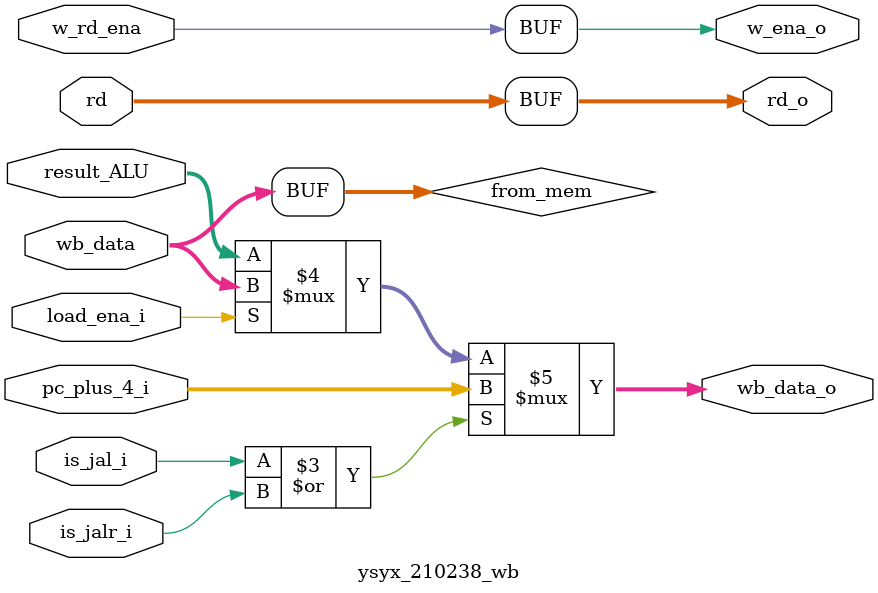
<source format=v>


`timescale 1ns / 1ps
    
`define PC_RST_VAL 64'h30000000
`define ZERO_WORD  64'h00000000_00000000   
`define REG_BUS    64  
`define INS_BUS    32
`define INST_ADD   8'h11
`define NOP        32'h13


module S011HD1P_X32Y2D128(
    Q, CLK, CEN, WEN, A, D
);
parameter Bits = 128;
parameter Word_Depth = 64;
parameter Add_Width = 6;

output  reg [Bits-1:0]      Q;
input                   CLK;
input                   CEN;
input                   WEN;
input   [Add_Width-1:0] A;
input   [Bits-1:0]      D;


reg [Bits-1:0] ram [0:Word_Depth-1];


always @(posedge CLK) begin
    if(!CEN && !WEN) begin
        ram[A] <= D;
    end
    Q <= !CEN && WEN ? ram[A] : {4{$random}};
end

endmodule

/* verilator lint_off UNUSED */

module ysyx_210238_axirw # (
    parameter RW_DATA_WIDTH     = 64,
    // parameter RW_ADDR_WIDTH     = 64,
    parameter AXI_DATA_WIDTH    = 64,
    parameter AXI_ADDR_WIDTH    = 64,
    parameter AXI_ID_WIDTH      = 4
    // parameter AXI_USER_WIDTH    = 1
)(
    input                               clk,
    input                               rst,

	input                               r_ena_i,
    input                               w_ena_i,
    input  [AXI_DATA_WIDTH-1:0]         addr_i,
    input  [RW_DATA_WIDTH-1:0]          w_data_i,
    input  [RW_DATA_WIDTH/8-1:0]        w_mask_i,
    output [RW_DATA_WIDTH-1:0]          r_data_o,
    output                              r_ready_o,
    output                              w_ready_o,

    input                               no_Icache_to_axi4,
    input                               is_fencei,

    // Advanced eXtensible Interface
    input                               axi_aw_ready_i,
    output                              axi_aw_valid_o,
    output [AXI_ADDR_WIDTH-1:0]         axi_aw_addr_o,
    // output [2:0]                        axi_aw_prot_o,
    output [AXI_ID_WIDTH-1:0]           axi_aw_id_o,
    // output [AXI_USER_WIDTH-1:0]         axi_aw_user_o,
    output [7:0]                        axi_aw_len_o,
    output [2:0]                        axi_aw_size_o,
    output [1:0]                        axi_aw_burst_o,
    // output                              axi_aw_lock_o,
    // output [3:0]                        axi_aw_cache_o,
    // output [3:0]                        axi_aw_qos_o,
    // output [3:0]                        axi_aw_region_o,

    input                               axi_w_ready_i,
    output                              axi_w_valid_o,
    output [AXI_DATA_WIDTH-1:0]         axi_w_data_o,
    output [AXI_DATA_WIDTH/8-1:0]       axi_w_strb_o,
    output                              axi_w_last_o,
    // output [AXI_USER_WIDTH-1:0]         axi_w_user_o,
    
    output                              axi_b_ready_o,
    input                               axi_b_valid_i,
    input  [1:0]                        axi_b_resp_i,
    input  [AXI_ID_WIDTH-1:0]           axi_b_id_i,
    // input  [AXI_USER_WIDTH-1:0]         axi_b_user_i,

    input                               axi_ar_ready_i,
    output                              axi_ar_valid_o,
    output [AXI_ADDR_WIDTH-1:0]         axi_ar_addr_o,
    // output [2:0]                        axi_ar_prot_o,
    output [AXI_ID_WIDTH-1:0]           axi_ar_id_o,
    // output [AXI_USER_WIDTH-1:0]         axi_ar_user_o,
    output [7:0]                        axi_ar_len_o,
    output [2:0]                        axi_ar_size_o,
    output [1:0]                        axi_ar_burst_o,
    // output                              axi_ar_lock_o,
    // output [3:0]                        axi_ar_cache_o,
    // output [3:0]                        axi_ar_qos_o,
    // output [3:0]                        axi_ar_region_o,
    
    output                              axi_r_ready_o,
    input                               axi_r_valid_i,
    input  [1:0]                        axi_r_resp_i,
    input  [AXI_DATA_WIDTH-1:0]         axi_r_data_i,
    input                               axi_r_last_i,
    input  [AXI_ID_WIDTH-1:0]           axi_r_id_i
    // input  [AXI_USER_WIDTH-1:0]         axi_r_user_i
);


    // port define
    wire axi_ar_valid_o_wire;
    wire [AXI_ADDR_WIDTH-1 : 0] axi_ar_addr_o_wire;
    wire [2:0] axi_ar_size_o_wire;
    wire axi_aw_valid_o_wire;
    wire [AXI_ADDR_WIDTH-1 : 0] axi_aw_addr_o_wire;
    wire axi_w_valid_o_wire;
    // wire [AXI_DATA_WIDTH-1 : 0] axi_w_data_o_wire;
    // wire [AXI_DATA_WIDTH/8-1 : 0] axi_w_strb_o_wire;
    reg r_ready_o_wire;
    reg [RW_DATA_WIDTH-1 : 0] r_data_o_wire;
    reg w_ready_o_wire;
    wire [2:0] axi_aw_size_o_wire;

    reg r_cache_valid;
    reg [31:0] r_cache_addr;
    reg [3:0] send_state, nxt_send_state;

    reg [9:0] reset_delay;
    wire      is_reset_delay_ok;
    always @(posedge clk) begin
        if(~rst) reset_delay <= 10'b0;
        else begin
            if(is_reset_delay_ok) reset_delay <= reset_delay;
            else reset_delay <= reset_delay + 10'b1;
        end
    end
    assign is_reset_delay_ok = (reset_delay == 10'd300);

    //port define

    // Regist imformation
    reg [63:0] addr_cache, w_data_cache;
    reg [ 7:0] w_mask_cache;
    reg        is_32_bus;

    always @ (posedge clk) begin
        if(~rst) addr_cache <= 64'b0;
        else begin
            if( (r_ena_i | w_ena_i) & send_state==4'd0) addr_cache <= addr_i;
            else addr_cache <= addr_cache;
        end
    end

    always @(posedge clk) begin
        if(~rst) w_data_cache <= 64'b0;
        else begin
            if(r_ena_i | w_ena_i) w_data_cache <= w_data_i;
            else w_data_cache <= w_data_cache;
        end
    end

    always @(posedge clk) begin
        if(~rst) w_mask_cache <= 8'b0;
        else begin
            if(r_ena_i | w_ena_i) w_mask_cache <= w_mask_i;
            else w_mask_cache <= w_mask_cache;
        end
    end

    always @(posedge clk) begin
        if(~rst) is_32_bus <= 1'b0;
        else begin
            if(r_ena_i | w_ena_i) is_32_bus <= (addr_i[63:13] == 51'b0001_0000_0000_0000_000) | (addr_i[63:28] == 36'b11);
            else is_32_bus <= is_32_bus;
        end
    end


    // Send transaction
    always @(posedge clk) begin
        if(~rst) send_state <= 4'd0;
        else send_state <= nxt_send_state;
    end


    wire r_hit_cache = r_ena_i & ~no_Icache_to_axi4 & (addr_i>=64'h80000000) & (addr_i[31:3] == r_cache_addr[31:3]) & r_cache_valid ;//& 1'b0;

    always @ (*)begin
        case(send_state)
            4'd0:begin
                if(r_hit_cache) nxt_send_state = 4'd0;
                else if(r_ena_i) nxt_send_state = 4'd1;
                else if(w_ena_i) nxt_send_state = 4'd4;
                else nxt_send_state =4'd0;
            end
            4'd1:begin
                if(is_reset_delay_ok) begin
                    if(is_32_bus & addr_cache[2] == 1'b0) nxt_send_state = 4'd2;
                    else if(is_32_bus & addr_cache[2] == 1'b1) nxt_send_state = 4'd3;
                    else nxt_send_state = 4'd2;
                end
                else nxt_send_state = 4'b1;
            end
            4'd2:begin
                if(~axi_ar_ready_i) nxt_send_state = 4'd2;
                // else if(axi_ar_ready_i & (~is_32_bus) ) nxt_send_state = 4'd0;
                // else if(axi_ar_ready_i & is_32_bus) nxt_send_state = 4'd3;
                else nxt_send_state = 4'd0; // Never execute
            end
            4'd3: begin
                if(~axi_ar_ready_i) nxt_send_state = 4'd3;
                else nxt_send_state = 4'd0;
            end
            4'd4: begin
                if(is_reset_delay_ok) begin
                    if(is_32_bus & addr_cache[2] == 1'b0) nxt_send_state = 4'd5;
                    else if(is_32_bus & addr_cache[2] == 1'b1) nxt_send_state = 4'd8;
                    else nxt_send_state = 4'd5;
                end
                else nxt_send_state = 4'd4;
            end
            4'd5: begin
                if(~axi_aw_ready_i & ~axi_w_ready_i) nxt_send_state = 4'd5;
                else if(axi_aw_ready_i & (~axi_w_ready_i) ) nxt_send_state = 4'd6;
                else if(~axi_aw_ready_i & axi_w_ready_i) nxt_send_state = 4'd7;
                else if(axi_aw_ready_i & axi_w_ready_i) nxt_send_state = 4'd0;
                else nxt_send_state = 4'd5; // Never execute 
            end
            4'd6: begin
                if(axi_w_ready_i) nxt_send_state = 4'd0; 
                else nxt_send_state = 4'd6;
            end
            4'd7: begin
                if(axi_aw_ready_i) nxt_send_state = 4'd0; 
                else nxt_send_state = 4'd7;
            end
            4'd8: begin
                if(~axi_aw_ready_i & ~axi_w_ready_i) nxt_send_state = 4'd8;
                else if(axi_aw_ready_i & (~axi_w_ready_i) ) nxt_send_state = 4'd9;
                else if(~axi_aw_ready_i & axi_w_ready_i) nxt_send_state = 4'd10;
                else if(axi_aw_ready_i & axi_w_ready_i) nxt_send_state = 4'd0;
                else nxt_send_state = 4'd8; // Never execute 
            end
            4'd9: begin
                if(axi_w_ready_i) nxt_send_state = 4'd0; 
                else nxt_send_state = 4'd9;
            end
            4'd10: begin
                if(axi_aw_ready_i) nxt_send_state = 4'd0; 
                else nxt_send_state = 4'd10;
            end
            default: nxt_send_state = 4'd0;
        endcase
    end




    assign axi_ar_valid_o_wire =    (send_state == 4'd1 & is_reset_delay_ok) ? 1'b1 :
                                    (send_state == 4'd2 & (~axi_ar_ready_i)) ? 1'b1 :
                                    (send_state == 4'd3 & (~axi_ar_ready_i)) ? 1'b1 : 1'b0;
    ysyx_210238_ffn #(.WIDTH( 1)) ff_ar_valid(.clk(clk), .rst(rst), .stall(1'b0), .d(axi_ar_valid_o_wire), .q(axi_ar_valid_o));

    assign axi_ar_addr_o_wire = (send_state == 4'd1 & is_reset_delay_ok) ? addr_cache : axi_ar_addr_o;
    ysyx_210238_ffn #(.WIDTH(AXI_ADDR_WIDTH)) ff_ar_addr(.clk(clk), .rst(rst), .stall(1'b0), .d(axi_ar_addr_o_wire), .q(axi_ar_addr_o));

    assign axi_ar_size_o_wire = is_32_bus ? 3'b010 : 3'b011;
    ysyx_210238_ffn #(.WIDTH(3)) ff_ar_size(.clk(clk), .rst(rst), .stall(1'b0), .d(axi_ar_size_o_wire), .q(axi_ar_size_o));

    // assign axi_ar_prot_o = 3'b000;
    assign axi_ar_id_o = 4'b0000;
    // assign axi_ar_user_o = 1'b0;
    assign axi_ar_len_o = 8'b0;
    assign axi_ar_burst_o = 2'b01;
    // assign axi_ar_lock_o = 1'b0;
    // assign axi_ar_cache_o = 4'b0000;
    // assign axi_ar_qos_o = 4'b0000;
    // assign axi_ar_region_o = 4'b0000;




    assign axi_aw_valid_o_wire =    (send_state == 4'd4 & is_reset_delay_ok) ? 1'b1 :
                                    (send_state == 4'd5 & ~axi_aw_ready_i) ? 1'b1 :
                                    (send_state == 4'd7 & ~axi_aw_ready_i) ? 1'b1 :
                                    (send_state == 4'd8 & ~axi_aw_ready_i) ? 1'b1 :
                                    (send_state == 4'd10 & ~axi_aw_ready_i) ? 1'b1 : 1'b0;
    ysyx_210238_ffn #(.WIDTH( 1)) ff_aw_valid(.clk(clk), .rst(rst), .stall(1'b0), .d(axi_aw_valid_o_wire), .q(axi_aw_valid_o));

    assign axi_aw_addr_o_wire = (send_state == 4'd4 &  is_reset_delay_ok) ? addr_cache : axi_aw_addr_o;
    ysyx_210238_ffn #(.WIDTH(AXI_ADDR_WIDTH)) ff_aw_addr(.clk(clk), .rst(rst), .stall(1'b0), .d(axi_aw_addr_o_wire), .q(axi_aw_addr_o));


    assign axi_aw_size_o_wire = is_32_bus ? 3'b010 : 3'b011;
    ysyx_210238_ffn #(.WIDTH(3)) ff_aw_size(.clk(clk), .rst(rst), .stall(1'b0), .d(axi_aw_size_o_wire), .q(axi_aw_size_o));

    // assign axi_aw_prot_o = 3'b000;
    assign axi_aw_id_o = 4'b0000;
    // assign axi_aw_user_o = 1'b0;
    assign axi_aw_len_o = 8'b0;
    assign axi_aw_burst_o = 2'b01;
    // assign axi_aw_lock_o = 1'b0;
    // assign axi_aw_cache_o = 4'b0000;
    // assign axi_aw_qos_o = 4'b0000;
    // assign axi_aw_region_o = 4'b0000;


    assign axi_w_valid_o_wire = (send_state == 4'd4 & is_reset_delay_ok) ? 1'b1 :
                                (send_state == 4'd5 & ~axi_w_ready_i) ? 1'b1 :
                                (send_state == 4'd6 & ~axi_w_ready_i) ? 1'b1 :
                                (send_state == 4'd8 & ~axi_w_ready_i) ? 1'b1 :
                                (send_state == 4'd9 & ~axi_w_ready_i) ? 1'b1 : 1'b0;
    ysyx_210238_ffn #(.WIDTH( 1)) ff_w_valid(.clk(clk), .rst(rst), .stall(1'b0), .d(axi_w_valid_o_wire), .q(axi_w_valid_o));

    // assign axi_w_data_o_wire =  w_data_cache;
    // ysyx_210238_ffn #(.WIDTH(AXI_DATA_WIDTH)) ff_w_data(.clk(clk), .rst(rst), .stall(1'b0), .d(axi_w_data_o_wire), .q(axi_w_data_o));
    assign axi_w_data_o = w_data_cache;

    // assign axi_w_strb_o_wire = w_mask_i;//{w_mask_i[56], w_mask_i[48], w_mask_i[40], w_mask_i[32], w_mask_i[24], w_mask_i[16], w_mask_i[8], w_mask_i[0]};
    // ysyx_210238_ffn #(.WIDTH(AXI_DATA_WIDTH/8)) ff_w_strb(.clk(clk), .rst(rst), .stall(1'b0), .d(axi_w_strb_o_wire), .q(axi_w_strb_o));
    assign axi_w_strb_o = w_mask_cache;

    // assign axi_w_user_o = 1'b0;
    ysyx_210238_ffn #(.WIDTH( 1)) ff_w_last(.clk(clk), .rst(rst), .stall(1'b0), .d(axi_w_valid_o_wire), .q(axi_w_last_o));



    // Receive transcation
    reg [1:0] recv_state;
    // reg [1:0] nxt_recv_state;
    always @(posedge clk) begin
        if(~rst) recv_state <= 2'b00;
        // else recv_state <= nxt_recv_state;
        else recv_state <= 2'b00;
    end

    // always@(*) case(recv_state)
    //     2'b00: begin
    //         // if(axi_r_valid_i & is_32_bus) nxt_recv_state = 2'b01;
    //         if(axi_r_valid_i & is_32_bus) nxt_recv_state = 2'b00;
    //         // else if(axi_b_valid_i & is_32_bus) nxt_recv_state = 2'b10;
    //         else if(axi_b_valid_i & is_32_bus) nxt_recv_state = 2'b00;
    //         else nxt_recv_state = 2'b00;
    //     end
    //     2'b01: begin
    //         if(axi_r_valid_i) nxt_recv_state = 2'b00;
    //         else nxt_recv_state = 2'b01;
    //     end
    //     2'b10: begin
    //         if(axi_b_valid_i) nxt_recv_state = 2'b00;
    //         else nxt_recv_state = 2'b10;
    //     end
    //     2'b11: nxt_recv_state = 2'b00;
    // endcase

    assign axi_r_ready_o = 1'b1;

    // assign r_ready_o_wire = axi_r_valid_i & (axi_r_resp_i == 2'b00) & axi_r_last_i & (axi_r_id_i == 4'b0);
    always@(posedge clk)begin
        if(~rst) r_ready_o_wire <= 1'b0;
        else if(r_hit_cache) r_ready_o_wire <= 1'b1;
        else r_ready_o_wire <= ( (recv_state == 2'b00 & axi_r_valid_i) ? 1'b1 :1'b0 ) & (axi_r_resp_i == 2'b00) & axi_r_last_i & (axi_r_id_i == 4'b0);
    end 
    assign r_ready_o = r_ready_o_wire;


    always @(posedge clk) begin
        if(~rst) r_data_o_wire <= 64'b0;
        else begin
            if(recv_state == 2'b00 & axi_r_valid_i) r_data_o_wire <= axi_r_data_i;
            // else if(recv_state == 2'b01 & axi_r_valid_i) r_data_o_wire <= {axi_r_data_i[63:32], r_data_o[31:0]};
            else r_data_o_wire <= r_data_o_wire;
        end
    end
    assign r_data_o = r_data_o_wire;

    always @(posedge clk) begin
        if(~rst) r_cache_valid <= 1'b0;
        else if(is_fencei) r_cache_valid <= 1'b0;
        else if(w_ena_i) r_cache_valid <= 1'b0;
        else if(recv_state == 2'b00 & axi_r_valid_i) r_cache_valid <= 1'b1;
        else r_cache_valid <= r_cache_valid;
    end

    always @(posedge clk) begin
        if(~rst) r_cache_addr <= 32'b0;
        else if(recv_state == 2'b00 & axi_r_valid_i) r_cache_addr <= addr_cache[31:0];
        else r_cache_addr <= r_cache_addr;
    end


    assign axi_b_ready_o = 1'b1;

    always @(posedge clk) begin
        if(~rst) w_ready_o_wire <= 1'b0;
        else w_ready_o_wire <= ( (recv_state == 2'b00 & axi_b_valid_i) ? 1'b1 : 1'b0 ) & (axi_b_resp_i == 2'b00) & (axi_b_id_i == 4'b0);
    end
    assign w_ready_o = w_ready_o_wire;


endmodule



module ysyx_210238_core(
    input wire            clk,
    input wire            rst,
    input wire  [`REG_BUS-1 : 0] r_data_axi4,
    input wire                   r_ready_axi4,
    input wire                   w_ready_axi4,

    input wire                   mtime_intr,
    input wire                   ext_intr,
    input wire                   software_intr,


    output wire                  r_ena_axi4,
    output wire                  w_ena_axi4,
    output wire [`REG_BUS-1 : 0] addr_axi4,
    output wire [`REG_BUS-1 : 0] w_data_axi4,
    output wire [        63 : 0] w_mask_axi4_64,

    output wire                  no_Icache_to_axi4,
    output wire                  is_fencei
    

//     output wire [`REG_BUS - 1 : 0] value_x10,
//     output wire                    mac_ok,
//     output wire [`REG_BUS-1 : 0] pc_o
);


    // port define 
//     reg MAC_ready_reg;
    wire [7:0] w_mask_axi4;
    wire [`REG_BUS-1 : 0] inst_addr_if_mac;
    wire [`INS_BUS-1 : 0] inst_mac_if;
    wire [`REG_BUS-1 : 0] data_mac_mem;
    wire MAC_ready;
    wire [`REG_BUS-1 : 0] pc_IF_if_csr;
    wire [`REG_BUS-1 : 0] pc;

    // IF<>ID
    wire [`INS_BUS-1 : 0] inst_if_id;
    wire [`REG_BUS-1 : 0] pc_plus_if_id;
    wire                  is_jal_if_id;
    wire                  inst_valid_if_id;

    wire stall_id;

    // ID<>EX
    wire [3:0] mode_ALU_id_ex;
    wire [1:0] n_bytes_id_ex;
    wire [4:0] rd_id_ex;
    wire       w_rd_ena_id_ex;
    wire [`REG_BUS-1 : 0] op1_id_ex, op2_id_ex;
    wire [4:0] rs1_id_ex, rs2_id_ex;
    wire       load_ena_id_ex;
    wire [2:0] load_store_bytes_id_ex;
    wire       is_AL_OP_id_ex;
    wire       is_I_AL_OP_id_ex;
    wire       store_ena_id_ex;
    wire [`REG_BUS-1 : 0] rs2_data_id_ex;
    wire [`REG_BUS-1 : 0] pc_plus_id_ex;
    wire                  is_B_id_ex;
    wire                  is_jal_id_ex;
    wire                  is_jalr_id_ex;
    wire                  is_auipc_id_ex;
    wire                  is_lui_id_ex;
    wire                  is_csr_id_ex;
    wire                  is_ecall_id_ex;
    wire                  is_mret_id_ex;
    wire [`REG_BUS-1 : 0] pc_ID_if_exe;
    wire                  inst_valid_id_ex;

    //data hazard
    wire                  stall_exe;
    // EX<>MEM
    wire [`REG_BUS-1 : 0] result_ALU_ex_mem;
    wire [`REG_BUS-1 : 0] rs2_data_ex_mem;
    wire [4:0] rd_ex_mem;
    wire       w_rd_ena_ex_mem;
    wire       load_ena_ex_mem;
    wire [2:0] load_store_bytes_ex_mem;
    // wire       is_AL_OP_ex_mem;
    // wire       is_AL_OP_mem;
    wire       store_ena_ex_mem;
    wire       is_B_ex_mem;
    wire       is_B_jump_ex_mem;
    wire       is_ecall_ex_mem;
    wire       is_mret_ex_mem;
    wire [`REG_BUS-1 : 0] pc_plus_ex_mem;
    wire stall_mem;
    wire flush_mem;
    wire [`REG_BUS-1 : 0] pc_plus_mem_if;
    wire is_jal_ex_mem;
    wire is_jalr_ex_mem;
    wire [`REG_BUS-1 : 0] jalr_pc_mem_if;
    // wire  is_U_ex_mem;
    wire inst_valid_ex_mem;

//     wire w_rd_ena_harzied_mem_ex;

    // MEM<>WB
    wire [`REG_BUS-1 : 0] wb_data_mem_wb;
    wire [4:0] rd_mem_wb;
    wire       w_rd_ena_mem_wb;
    wire       load_ena_mem_wb;
    wire [`REG_BUS-1 : 0] result_ALU_mem_wb;
    //WB<>ID
    wire [`REG_BUS-1 : 0] wb_data_wb_id;
    wire [4:0] rd_wb_id;
    wire       w_rd_ena_wb_id;
    // wire [2:0] r_addr_2_0_mem_wb;
    // wire [2:0] load_store_bytes_mem_wb;
    wire [`REG_BUS-1 : 0] pc_plus_4_wb_if;
    wire is_jal_mem_wb;
    wire is_jalr_mem_wb;
    // wire  is_U_mem_wb;


    wire is_csr_ex_csr;
    wire MIE, MTIE, MEIE, MSIE;
    wire [`REG_BUS-1 : 0] r_csr_data_csr_mem;
    wire [`REG_BUS-1 : 0] csr_mtvec_csr_mem;
    wire [`REG_BUS-1 : 0] csr_mepc_csr_mem;
    wire [`REG_BUS-1 : 0] pc_EX_if_csr;
    wire                  inst_valid_mem_csr;


    // Interrupt control
    wire mtime_intr_enable;
    wire [`REG_BUS-1 : 0] pc_intr;

    wire ext_intr_enable;
    wire software_intr_enable;
    //port define end

//     assign pc_o = IF.pc_MEM - 64'd4;
 
//     assign value_x10 = ID.RegFile.regs[10];
//     assign mac_ok = MEIE;//MAC_ready_reg & inst_valid_mem_csr;
//     always @(posedge clk) begin
//             MAC_ready_reg <= MAC_ready;
            
//     end

    assign w_mask_axi4_64 = {{8{w_mask_axi4[7]}}, 
                                {8{w_mask_axi4[6]}},
                                {8{w_mask_axi4[5]}},
                                {8{w_mask_axi4[4]}},
                                {8{w_mask_axi4[3]}},
                                {8{w_mask_axi4[2]}},
                                {8{w_mask_axi4[1]}},
                                {8{w_mask_axi4[0]}}
                                };


    ysyx_210238_MemAccCtrl mac(
            .clk(clk),
            .rst(rst),

            //with cpu
            .r_if_ena(1'b1),
            .r_if_addr(inst_addr_if_mac),
            .r_if_bytes(3'b010),

            .r_mem_ena(load_ena_ex_mem),
            .w_mem_ena(store_ena_ex_mem),
            .rw_mem_addr(result_ALU_ex_mem),
            .rw_mem_bytes(load_store_bytes_ex_mem),
            .w_mem_data(rs2_data_ex_mem),

            .ready(MAC_ready),
            .if_data(inst_mac_if),
            .mem_data(data_mac_mem),

            //with AXI4
            .r_data_from_axi4(r_data_axi4),
            .r_ready_from_axi4(r_ready_axi4),
            .w_ready_from_axi4(w_ready_axi4),

            .r_ena_to_axi4(r_ena_axi4),
            .w_ena_to_axi4(w_ena_axi4),
            .addr_to_axi4(addr_axi4),
            .w_data_to_axi4(w_data_axi4),
            .w_mask_to_axi4(w_mask_axi4),
            .no_Icache(no_Icache_to_axi4),
            .is_fencei(is_fencei)
    );



    ysyx_210238_if IF(
            .clk(clk),
            .rst(rst),
            .inst_i(inst_mac_if),
        //     .stall(stall_exe | stall_mem | stall_id),//(is_jal_if_id & is_B_id_ex)
            .stall_exe(stall_exe),
            .stall_mem(stall_mem),
            .stall_id(stall_id),
            .pc_plus_i(pc_plus_mem_if),
            .flush_i(flush_mem),
            .is_B_jump_i(is_B_jump_ex_mem & is_B_ex_mem),
            .pc_plus_ID_i(pc_plus_if_id),
            .is_jal_i(is_jal_if_id ),
            .is_jalr_mem_i(is_jalr_ex_mem),
            .is_ecall_mem_i(is_ecall_ex_mem & MIE),
            .is_mret_mem_i(is_mret_ex_mem),
            .jalr_pc_i(jalr_pc_mem_if),
            .MAC_ready(MAC_ready),
            .inst_valid_o(inst_valid_if_id),
            .mtime_intr_enable_i(mtime_intr_enable | ext_intr_enable | software_intr_enable),

            .inst_addr(inst_addr_if_mac),
            .inst_o(inst_if_id),
        //     .inst_ena(inst_ena),
            .pc_MEM_o(pc_plus_4_wb_if),
            .pc_ID_o(pc_ID_if_exe),
            .pc_EX_o(pc_EX_if_csr),
            .pc_IF_o(pc_IF_if_csr),
            .pc_o(pc)
             );

    ysyx_210238_id ID(
            .clk(clk),
            .rst(rst),
            .inst_i(inst_if_id),
            .regfile_w_ena(w_rd_ena_wb_id),
            .regfile_w_addr(rd_wb_id),
            .regfile_w_data(wb_data_wb_id),
            .stall_mem(stall_mem),
            .stall_exe(stall_exe),
            .flush_i(flush_mem),
            .is_B_id_ex(is_B_id_ex),
            .inst_valid_i(inst_valid_if_id),
    
            .op1(op1_id_ex),
            .op2(op2_id_ex),
            .rd(rd_id_ex),
            .w_rd_ena(w_rd_ena_id_ex),
            .load_ena(load_ena_id_ex),
            .store_ena(store_ena_id_ex),
            .load_store_bytes(load_store_bytes_id_ex),
            .mode_ALU(mode_ALU_id_ex),
            .n_bytes_ALU(n_bytes_id_ex),
            .is_AL_OP(is_AL_OP_id_ex),
            .is_I_AL_OP_o(is_I_AL_OP_id_ex),
            .rs1(rs1_id_ex),
            .rs2(rs2_id_ex),
            .rs2_data_o(rs2_data_id_ex),
            .is_B_o(is_B_id_ex),
            .is_auipc_o(is_auipc_id_ex),
            .is_lui_o(is_lui_id_ex),
            .pc_plus(pc_plus_id_ex),
            .is_jal_o(is_jal_id_ex),
            .is_jalr_o(is_jalr_id_ex),
            .is_jal_IF_o(is_jal_if_id),
            .is_csr_o(is_csr_id_ex),
            .is_ecall_o(is_ecall_id_ex),
            .is_mret_o(is_mret_id_ex),
            .pc_plus_IF_o(pc_plus_if_id),
            .stall_o(stall_id),
            .inst_valid_o(inst_valid_id_ex)
             );



    ysyx_210238_exe EX(
            .clk(clk),
            .rst(rst),
            .mode_ALU(mode_ALU_id_ex),
            .n_bytes_ALU(n_bytes_id_ex),
            .op1_alu(op1_id_ex),
            .op2_alu(op2_id_ex),
            .rd(rd_id_ex),
            .w_rd_ena(w_rd_ena_id_ex),
            .rs1(rs1_id_ex),
            .rs2(rs2_id_ex),
            .load_ena_i(load_ena_id_ex),
            .store_ena_i(store_ena_id_ex),
            .load_store_bytes_i(load_store_bytes_id_ex),
            .rs2_data_i(rs2_data_id_ex),
            .is_B_i(is_B_id_ex),
            .is_auipc_i(is_auipc_id_ex),
            .is_lui_i(is_lui_id_ex),
            .is_jal_i(is_jal_id_ex),
            .is_jalr_i(is_jalr_id_ex),
            .is_csr_i(is_csr_id_ex),
            .is_ecall_i(is_ecall_id_ex),
            .is_mret_i(is_mret_id_ex),
            .pc_plus_i(pc_plus_id_ex),
            .flush_i(flush_mem),
            .pc_ID_i(pc_ID_if_exe),
            .inst_valid_i(inst_valid_id_ex),

            .rd_mem_wb(rd_mem_wb),
            .wb_data_mem_wb(wb_data_wb_id),
            .wb_ena_mem_wb(w_rd_ena_mem_wb),
            .rd_ex_mem(rd_ex_mem),
            .wb_data_ex_mem(result_ALU_ex_mem),
            .wb_ena_ex_mem(w_rd_ena_ex_mem),
            .is_AL_OP_i(is_AL_OP_id_ex),
        //     .is_AL_OP_ex_mem(is_AL_OP_ex_mem),
        //     .is_AL_OP_mem(is_AL_OP_mem),
            .is_I_AL_OP(is_I_AL_OP_id_ex),
            .stall_i(stall_mem),
            .is_jal_o(is_jal_ex_mem),
            .is_jalr_o(is_jalr_ex_mem),
            // .is_U_o(is_U_ex_mem),
            .is_csr_o(is_csr_ex_csr),
            .is_ecall_o(is_ecall_ex_mem),
            .is_mret_o(is_mret_ex_mem),

            .load_ena_o(load_ena_ex_mem),
            .store_ena_o(store_ena_ex_mem),
            .load_store_bytes_o(load_store_bytes_ex_mem),
            .rd_o(rd_ex_mem),
            .w_rd_ena_o(w_rd_ena_ex_mem),
            .result_ALU(result_ALU_ex_mem),
            // .is_AL_OP_o(is_AL_OP_ex_mem),
            .stall_o(stall_exe), // load-use data hazard
            .rs2_data_o(rs2_data_ex_mem),
            .is_B_o(is_B_ex_mem),
            .pc_plus_o(pc_plus_ex_mem),
            .is_B_jump_o(is_B_jump_ex_mem),
            .inst_valid_o(inst_valid_ex_mem)
             );
    
    ysyx_210238_mem MEM(
            .clk(clk),
            .rst(rst),
            .result_ALU(result_ALU_ex_mem),
            .rd(rd_ex_mem),
            .w_rd_ena(w_rd_ena_ex_mem),
            .load_ena_i(load_ena_ex_mem),
        //     .store_ena_i(store_ena_ex_mem),
        //     .load_store_bytes_i(load_store_bytes_ex_mem),
        //     .dmem_r_data(dmem_r_data),
            // .is_AL_OP_i(is_AL_OP_ex_mem),
        //     .rs2_data_i(rs2_data_ex_mem),
            .is_B_i(is_B_ex_mem),
            // .is_U_i(is_U_ex_mem),
            .pc_plus_i(pc_plus_ex_mem),
            .is_B_jump_i(is_B_jump_ex_mem),
            .is_jal_i(is_jal_ex_mem),
            .is_jalr_i(is_jalr_ex_mem),
            .is_csr_i(is_csr_ex_csr),
            .is_ecall_i(is_ecall_ex_mem),
            .is_mret_i(is_mret_ex_mem),
            .r_csr_i(r_csr_data_csr_mem),
            .csr_mtvec_i(csr_mtvec_csr_mem),
            .csr_mepc_i(csr_mepc_csr_mem),
            .MIE(MIE),
            .inst_valid_i(inst_valid_ex_mem),
            .mtime_intr_enable_i(mtime_intr_enable),
            .ext_intr_enable_i(ext_intr_enable),
            .software_intr_enable_i(software_intr_enable),

            .MAC_ready(MAC_ready),
            .MAC_data(data_mac_mem),
            
            .rd_o(rd_mem_wb),
            .w_rd_ena_o(w_rd_ena_mem_wb),
        //     .w_rd_ena_harzied_o(w_rd_ena_harzied_mem_ex),
            .wb_data(wb_data_mem_wb),
            .result_ALU_o(result_ALU_mem_wb),
            .load_ena_o(load_ena_mem_wb),
            // .is_AL_OP_o(is_AL_OP_mem),
            .stall(stall_mem),
            // .r_addr_2_0(r_addr_2_0_mem_wb),
            // .load_store_bytes_o(load_store_bytes_mem_wb),
            .pc_plus_o(pc_plus_mem_if),
            .flush(flush_mem),
            .is_jal_o(is_jal_mem_wb),
            .is_jalr_o(is_jalr_mem_wb),
            .jalr_pc_o(jalr_pc_mem_if),
            // .is_U_o(is_U_mem_wb),
            .inst_valid_o(inst_valid_mem_csr)
             );

    ysyx_210238_wb WB(
            // .clk(clk),
            // .rst(rst), 
            .wb_data(wb_data_mem_wb),
            .result_ALU(result_ALU_mem_wb),
            .load_ena_i(load_ena_mem_wb),
            .rd(rd_mem_wb),
            .w_rd_ena(w_rd_ena_mem_wb),
        //     .r_addr_2_0(r_addr_2_0_mem_wb),
        //     .load_store_bytes_i(load_store_bytes_mem_wb),
            .pc_plus_4_i(pc_plus_4_wb_if),
            .is_jal_i(is_jal_mem_wb),
            .is_jalr_i(is_jalr_mem_wb),
        //     .is_U_i(is_U_mem_wb),
            
            .wb_data_o(wb_data_wb_id),
            .rd_o(rd_wb_id),
            .w_ena_o(w_rd_ena_wb_id)  );


    ysyx_210238_csr CSR(
            .clk(clk),
            .rst(rst),

            .is_ecall(is_ecall_ex_mem & (~stall_mem)),
            .is_mret(is_mret_ex_mem & (~stall_mem)),
            
            .w_addr(result_ALU_ex_mem[11:0]),
            .w_data(rs2_data_ex_mem),
            .w_ena(is_csr_ex_csr & (~stall_mem) & (~mtime_intr_enable) & (~ext_intr_enable) & (~software_intr_enable)),
            .w_mode(load_store_bytes_ex_mem[1:0]),
            
            .r_addr(result_ALU_ex_mem[11:0]),

            .MIE(MIE),
            .MTIE(MTIE),
            .MEIE(MEIE),
            .MSIE(MSIE),

            .r_data(r_csr_data_csr_mem),
            .csr_mtvec_o(csr_mtvec_csr_mem),
            .csr_mepc_o(csr_mepc_csr_mem),
            .pc_from_ex(pc_EX_if_csr),
            .pc_intr(pc_intr),

            .inst_valid(inst_valid_mem_csr),
            .mtime_intr_i(mtime_intr),
            .mtime_intr_enable_i(mtime_intr_enable & (~stall_mem)),
            .ext_intr_i(ext_intr),
            .ext_intr_enable_i(ext_intr_enable & (~stall_mem)),
            .software_intr_i(software_intr),
            .software_intr_enable_i(software_intr_enable & (~stall_mem))

            // .r_exception(),
            // .w_exception()
    );


    assign mtime_intr_enable = mtime_intr & MIE & MTIE;

    assign pc_intr = inst_valid_ex_mem & (~store_ena_ex_mem) & (~load_ena_ex_mem) ? pc_EX_if_csr :
                     inst_valid_id_ex  ? pc_ID_if_exe :
                     inst_valid_if_id  ? pc_IF_if_csr :
                                         pc;

    assign ext_intr_enable = ext_intr & MIE & MEIE;

    assign software_intr_enable = software_intr & MIE & MSIE;

    // always @(posedge clk) begin
    //     if(mtime_intr_enable & (~stall_mem)) $display("\nmtime intr...........................................");
        
    // end


endmodule



module ysyx_210238_csr(
    input  wire clk,
	input  wire rst,

	input  wire is_ecall,
	input  wire is_mret, 
	
	input  wire  [11  : 0] w_addr,
	input  wire  [`REG_BUS-1 : 0] w_data,
	input  wire 		   w_ena,
	input  wire  [1   : 0] w_mode,
	
	input  wire  [11  : 0] r_addr,
	output wire  [`REG_BUS-1 : 0] r_data,

	output wire [`REG_BUS-1 : 0] csr_mtvec_o,
	output wire [`REG_BUS-1 : 0] csr_mepc_o,
	output wire                  MIE,
	output wire                  MTIE,
	output wire                  MEIE,
	output wire                  MSIE,
	input wire  [`REG_BUS-1 : 0] pc_from_ex,

	input wire                   inst_valid,
	input wire                   mtime_intr_i,
	input wire                   mtime_intr_enable_i,
	input wire                   ext_intr_i,
	input wire                   ext_intr_enable_i,
	input wire                   software_intr_i,
	input wire                   software_intr_enable_i,
	input wire [`REG_BUS-1 : 0]  pc_intr

	// output wire r_exception,
	// output wire w_exception
	
    );

	//port define 
	wire [63:0] misa;// R W, implement just R
	wire r_misa;
	wire [63:0] mvendorid;// R only
	wire r_mvendorid;
	wire [63:0] marchid;// R only
	wire r_marchid;
	wire [63:0] mimpid;// R only
	wire r_mimpid;
	wire [63:0] mhartid;// R only
	wire r_mhartid;
	reg [63:0] mstatus;
	wire [63:0] mstatus_wire;
	wire r_mstatus, w_mstatus;
	reg [63:0] mepc;
	// wire [63:0] mepc_wire;
	wire r_mepc, w_mepc;
	reg [63:0] mcause;
	wire r_mcause, w_mcause;
	reg [63:0] mtvec;
	wire [63:0] mtvec_wire;
	wire r_mtvec, w_mtvec;
	reg [63:0] mstratch;
	wire [63:0] mstratch_wire;
	wire r_mstratch, w_mstratch;
    reg [63:0] mcycle;
    wire r_mcycle, w_mcycle;
    reg [63:0] minstret;
    wire r_minstret, w_minstret;
	reg [63:0] mip;
	wire r_mip;
	reg [63:0] mie;
	wire r_mie, w_mie;
	reg [`REG_BUS-1 : 0] to_write;
	//port define end

	// reg is_in_trap;
	// always @(posedge clk) begin
	// 	if(~rst) is_in_trap <= 1'b0;
	// 	else begin
	// 		if(trap_event) is_in_trap <= 1'b1;
	// 		else if(is_mert) is_in_trap <= 1'b0;
	// 		else is_in_trap <= is_in_trap;
	// 	end
		
	// end

	assign MIE = mstatus[3];
	assign MTIE = mie[7];
	assign MEIE = mie[11];
	assign MSIE = mie[3];

	assign csr_mtvec_o = mtvec;
	assign csr_mepc_o = mepc;

	// assign w_misa = w_addr == 12'h301;
	assign r_misa = r_addr == 12'h301;
	assign misa = 64'b10_000000000000000000000000000000000000_00000000000000000100000000;


	assign r_mvendorid = r_addr == 12'hf11;
	assign mvendorid = 64'h42206c6f7665204d;


	assign r_marchid = r_addr == 12'hf12;
	assign marchid = 64'h79737978337264;


	assign r_mimpid = r_addr == 12'hf13;
	assign mimpid = 64'b0;


	assign r_mhartid = r_addr == 12'hf14;
	assign mhartid = 64'b0;


	assign r_mstatus = r_addr == 12'h300;
	assign w_mstatus = w_addr == 12'h300;
	assign mstatus_wire = w_mstatus ? {to_write[16:15]==2'b11 | to_write[14:13]==2'b11, // SD
										27'b0,
										13'b0,
										10'b0,
										2'b11, //MPP
										3'b000,
										to_write[7], //MPIE
										3'b0,
										to_write[3], //MIE
										3'b0} :
							(is_ecall | mtime_intr_enable_i | ext_intr_enable_i | software_intr_enable_i) ? {mstatus[63:8], mstatus[3], mstatus[6:4],       1'b0, mstatus[2:0]} :
							is_mret  ? {mstatus[63:8],       1'b1, mstatus[6:4], mstatus[7], mstatus[2:0]} : mstatus;
	always @(posedge clk) begin
		if(rst) mstatus <= {1'b0, 50'b0, 2'b11, 3'b0, 1'b1, 3'b0, 1'b0, 3'b0};
		else if(w_ena | is_ecall | is_mret | mtime_intr_enable_i | ext_intr_enable_i | software_intr_enable_i) mstatus <= mstatus_wire;
		else mstatus <= mstatus;
	end

	assign r_mepc = r_addr == 12'h341;
	assign w_mepc = w_addr == 12'h341;
	always @(posedge clk) begin
		if(rst) mepc <= 64'b0;
		else begin
			if(w_ena) mepc <= w_mepc ? to_write : mepc;
			else if(mtime_intr_enable_i | ext_intr_enable_i | software_intr_enable_i) mepc <= pc_intr;
			else if(is_ecall) mepc <= pc_from_ex;
			else mepc <= mepc;
		end
	end

	assign r_mcause = r_addr == 12'h342;
	assign w_mcause = w_addr == 12'h342;
	always @(posedge clk) begin
		if(rst) mcause <= 64'b0;
		else begin
			if(w_ena) mcause <= w_mcause ? to_write : mcause;
			else if(mtime_intr_enable_i) mcause <= {1'b1, 59'b0, 4'd7};   // mtime priority level 1
			else if(ext_intr_enable_i) mcause <= {1'b1, 59'b0, 4'd11};    // ext   priority level 2
			else if(software_intr_enable_i) mcause <= {1'b1, 59'b0, 4'd3};// software   priority level 3
			else if(is_ecall) mcause <= {1'b0, 59'b0, 4'd11};
			else mcause <= mcause;
		end
	end

	assign r_mtvec = r_addr == 12'h305;
	assign w_mtvec = w_addr == 12'h305;
	assign mtvec_wire = w_mtvec ? to_write : mtvec;
	always @(posedge clk) begin
		if(rst) mtvec <= 64'b0;
		else if(w_ena) mtvec <= {mtvec_wire[63:2], 2'b00 & mtvec_wire[1:0]};
		else mtvec <= {mtvec[63:2], 2'b00 & mtvec[1:0]};
	end


	assign r_mstratch = r_addr == 12'h340;
	assign w_mstratch = w_addr == 12'h340;
	assign mstratch_wire = w_mstratch ? to_write : mstratch;
	always @(posedge clk) begin
		if(rst) mstratch <= 64'b0;
		else if(w_ena) mstratch <= mstratch_wire;
		else mstratch <= mstratch;
	end

    assign r_mcycle = r_addr == 12'hb00;
    assign w_mcycle = w_addr == 12'hb00;
    always @(posedge clk) begin
        if(rst) mcycle <= 64'b0;
        else mcycle <= w_mcycle ? to_write : mcycle + 1'b1;
    end

    assign r_minstret = r_addr == 12'hb02;
    assign w_minstret = w_addr == 12'hb02;
    always @(posedge clk) begin
        if(rst) minstret <= 64'b0;
        else minstret <= w_minstret ? to_write : minstret + {63'b0, inst_valid};
    end

	assign r_mip = r_addr == 12'h344;
	always @(posedge clk) begin
		if(rst) mip <= 64'b0;
		else mip <= {52'b0, ext_intr_i, 3'b0, mtime_intr_i, 3'b0, software_intr_i, 3'b0};
	end


	assign r_mie = r_addr == 12'h304;
	assign w_mie = r_addr == 12'h304;
	always @(posedge clk) begin
		if(rst) mie <= 64'b0;
		else if(w_ena) mie <= w_mie ? {52'b0, to_write[11], 3'b0, to_write[7], 3'b0, to_write[3], 3'b0} : mie;
		else mie <= mie;
	end

	assign r_data = {64{r_misa}}      & misa      | 
					{64{r_mvendorid}} & mvendorid |
					{64{r_marchid}}   & marchid   |
					{64{r_mimpid}}    & mimpid    |
					{64{r_mhartid}}   & mhartid   |
					{64{r_mstatus}}   & mstatus   |
					{64{r_mtvec}}     & mtvec     |
					{64{r_mstratch}}  & mstratch  |
					{64{r_mcycle}}    & mcycle    |
					{64{r_mepc}}      & mepc      |
					{64{r_mcause}}    & mcause    |
					{64{r_minstret}}  & minstret  |
					{64{r_mip}}       & mip       |
					{64{r_mie}}       & mie       ;


	always @(*) begin
		case(w_mode)
			2'b00: to_write = 64'b0;
			2'b01: to_write = w_data;
			2'b10: to_write = r_data | w_data;
			2'b11: to_write = r_data & (~w_data);
		endcase
	end


	


endmodule


// `include "ysyx_210238_ff.v"

module ysyx_210238_exe(
    input wire clk,
    input wire rst,
    input wire [         3 : 0] mode_ALU,
    input wire [         1 : 0] n_bytes_ALU,
    input wire [`REG_BUS-1 : 0] op1_alu,
    input wire [`REG_BUS-1 : 0] op2_alu,
    input wire [         4 : 0] rd,
    input wire                  w_rd_ena,
    input wire [         4 : 0] rs1,
    input wire [         4 : 0] rs2,
    input wire                  load_ena_i,
    input wire                  store_ena_i,
    input wire [         2 : 0] load_store_bytes_i,
    input wire [`REG_BUS-1 : 0] rs2_data_i,
    input wire                  is_jal_i,
    input wire                  is_auipc_i,
    input wire                  is_lui_i,
    input wire                  is_csr_i,
    input wire [`REG_BUS-1 : 0] pc_ID_i,
    input wire                  inst_valid_i,
    // Data hazard
    input wire [         4 : 0] rd_mem_wb,
    input wire [`REG_BUS-1 : 0] wb_data_mem_wb,
    input wire                  wb_ena_mem_wb,
    input wire [         4 : 0] rd_ex_mem,
    input wire [`REG_BUS-1 : 0] wb_data_ex_mem,
    input wire                  wb_ena_ex_mem,
    input wire                  is_AL_OP_i,
    // input wire                  is_AL_OP_ex_mem,
    // input wire                  is_AL_OP_mem,
    input wire                  is_I_AL_OP,
    input wire                  stall_i,
    input wire                  flush_i,
    input wire [`REG_BUS-1 : 0] pc_plus_i,
    input wire                  is_B_i,
    input wire                  is_jalr_i,
    input wire                  is_ecall_i,
    input wire                  is_mret_i,


    
    output wire                  load_ena_o,
    output wire                  store_ena_o,
    output wire [         2 : 0] load_store_bytes_o,
    output wire [         4 : 0] rd_o,
    output wire                  w_rd_ena_o,
    output wire [`REG_BUS-1 : 0] result_ALU,
    // output wire                  is_AL_OP_o,
    output wire                  stall_o,
    output wire [`REG_BUS-1 : 0] rs2_data_o,
    output wire                  is_B_o,
    output wire                  is_B_jump_o,
    output wire [`REG_BUS-1 : 0] pc_plus_o,
    output wire                  is_jal_o,
    output wire                  is_jalr_o,
    // output wire                  is_U_o,
    output wire                  is_csr_o,
    output wire                  is_ecall_o,
    output wire                  is_mret_o,
    output wire                  inst_valid_o

    
);

    //port define
    wire [`REG_BUS-1 : 0] op1;
    wire [`REG_BUS-1 : 0] op2;
    // wire [`REG_BUS-1 : 0] result_AL_OP;
    wire [`REG_BUS-1 : 0] r_add_sub;
    wire [`REG_BUS-1 : 0] r_and;
    wire [`REG_BUS-1 : 0] r_or;
    wire [`REG_BUS-1 : 0] r_xor;
    wire [`REG_BUS-1 : 0] r_slt;
    wire is_equal, is_less_than, r_slt_lsb;
    wire s, s1, s2, c1, c2;
    wire is_byte;
    wire expend_shift; 
    wire is_sll;
    wire [`REG_BUS-1 : 0] shift_op1;
    wire [5:0] shift_op2;
    reg [`REG_BUS-1 : 0] shift_op1_reverse;
    wire [`REG_BUS-1 : 0] shift_op1_in;
    wire [`REG_BUS-1 : 0] shift_result;
    reg [`REG_BUS-1 : 0] shift_result_reverse;
    wire [`REG_BUS-1 : 0] shift_out;
    wire signed [`REG_BUS-1 : 0] sign_original;
    wire signed [`REG_BUS-1 : 0] sign_out;
    wire [`REG_BUS-1 : 0] sub_result;
    wire [`REG_BUS-1 : 0] r_shift;
    wire is_load_use;
    reg [`REG_BUS-1 : 0] result_ALU_wire;
    wire [`REG_BUS-1 : 0] result_ALU_wire_1;
    wire [`REG_BUS-1 : 0] rs2_data_hazard;
    reg is_B_jump_wire;

    //port define end




    // assign op1 = ((rs1 == rd_ex_mem)&wb_ena_ex_mem) ? wb_data_ex_mem :
    //                 ((rs1 == rd_mem_wb)&wb_ena_mem_wb) ? wb_data_mem_wb : 
    //                 is_auipc_i ? pc_ID_i : is_lui_i ? 64'b0 : op1_alu;
    assign op1 = (is_lui_i | is_csr_i) ? 64'b0 :
                    is_auipc_i ? pc_ID_i :
                    ((rs1 == rd_ex_mem)&wb_ena_ex_mem) ? wb_data_ex_mem :
                    ((rs1 == rd_mem_wb)&wb_ena_mem_wb) ? wb_data_mem_wb : 
                    op1_alu;
    assign op2 = (is_I_AL_OP | load_ena_i | store_ena_i | is_csr_i) ? op2_alu :
                    ((rs2 == rd_ex_mem)&wb_ena_ex_mem) ? wb_data_ex_mem :
                    ((rs2 == rd_mem_wb)&wb_ena_mem_wb) ? wb_data_mem_wb : 
                    op2_alu;
    

    // Addition and subtraction
    assign r_add_sub = op1 + (op2^{`REG_BUS{mode_ALU[3]}}) + {63'b0, mode_ALU[3]};

    // AND
    assign r_and = op1 & op2;

    // OR
    assign r_or = op1 | op2;

    // XOR
    assign r_xor = op1 ^ op2;

    // set less than : signed and unsigned
    assign is_equal = (op1[`REG_BUS-2:0] == op2[`REG_BUS-2:0]);
    assign is_less_than = (op1[`REG_BUS-2:0] < op2[`REG_BUS-2:0]);
    assign s = mode_ALU[0];
    assign s1 = op1[`REG_BUS-1];
    assign s2 = op2[`REG_BUS-1];
    assign c1 = is_less_than;
    assign c2 = is_equal;
    // assign r_slt_lsb = ((~s)&s1&(~s2)) | (s&(~s1)&s2) | (c1&(s|((~s1)&(~s2)))) | (((~s)&s1)&((~c1)&(~c2)));
    assign r_slt_lsb = s ? (({s1, s2}==2'b01) | ((s1==s2)&c1)) : (({s1, s2}==2'b10) | ((s1==s2)&c1));
    assign r_slt = {{(`REG_BUS-1){1'b0}}, r_slt_lsb};

    // Shift
    assign is_sll = (mode_ALU[2:0] == 001);
    assign is_byte = (n_bytes_ALU == 2'b10);
    assign expend_shift = op1[31] & mode_ALU[3];

    assign shift_op1 = is_byte ? {{32{expend_shift}}, op1[31:0]} : op1;

    assign shift_op2 = {op2[5]&(~is_byte), op2[4:0]};

    integer i;
    always@(*)
    for(i=0; i<`REG_BUS; i=i+1) begin
        shift_op1_reverse[i] = shift_op1[63-i];
    end


    assign shift_op1_in = is_sll ? shift_op1 : shift_op1_reverse;

    assign shift_result = (shift_op1_in << shift_op2);
    
    always@(*)
    for(i=0; i<64; i=i+1) begin
        shift_result_reverse[i] = shift_result[63-i];
    end

    assign shift_out = is_sll ? shift_result : shift_result_reverse;

    assign sign_original = {mode_ALU[3] & (n_bytes_ALU==2'b11) & op1[63], 63'b0};

    assign sign_out = (sign_original >>> shift_op2);

    assign sub_result = shift_out | sign_out;

    assign r_shift = (n_bytes_ALU==2'b11) ? sub_result : {{32{sub_result[31]}}, sub_result[31:0]};


    // is load-use
    assign is_load_use = (load_ena_o | is_csr_o) & (rs1 == rd_ex_mem || rs2 == rd_ex_mem) & (is_AL_OP_i | load_ena_i | store_ena_i | is_B_i | is_jalr_i | is_lui_i | is_csr_i);
    // ff #(.WIDTH( 4)) ff_stall(.clk(clk), .rst(rst), .stall(1'b0), .d({{2{is_load_use}}, 2'b00}), .q(stall_o));
    assign stall_o = is_load_use;


    //Output
    always @(*) case(mode_ALU[2:0])
        3'b000        : result_ALU_wire = r_add_sub;
        3'b001, 3'b101: result_ALU_wire = r_shift;
        3'b010, 3'b011: result_ALU_wire = r_slt;
        3'b100        : result_ALU_wire = r_xor;
        3'b110        : result_ALU_wire = r_or;
        3'b111        : result_ALU_wire = r_and;
    endcase

    assign result_ALU_wire_1 = is_byte ? {{32{result_ALU_wire[31]}}, result_ALU_wire[31:0]} : result_ALU_wire;

    ysyx_210238_ff #(.WIDTH(64)) ff_ALU(.clk(clk), .rst(rst), .stall(stall_i), .d(result_ALU_wire_1), .q(result_ALU));
    ysyx_210238_ff #(.WIDTH( 5)) ff_rd(.clk(clk), .rst(rst), .stall(stall_i), .d(rd), .q(rd_o));
    ysyx_210238_ff #(.WIDTH( 1)) ff_w_rd_ena(.clk(clk), .rst(rst), .stall(stall_i), .d(w_rd_ena & (~is_load_use) & (~flush_i)), .q(w_rd_ena_o));
    ysyx_210238_ff #(.WIDTH( 1)) ff_load_ena(.clk(clk), .rst(rst), .stall(stall_i), .d(load_ena_i & (~is_load_use) & (~flush_i)), .q(load_ena_o));
    ysyx_210238_ff #(.WIDTH( 1)) ff_store_ena(.clk(clk), .rst(rst), .stall(stall_i), .d(store_ena_i & (~is_load_use) & (~flush_i)), .q(store_ena_o));
    ysyx_210238_ff #(.WIDTH( 3)) ff_load_store_bytes(.clk(clk), .stall(stall_i), .rst(rst), .d(load_store_bytes_i), .q(load_store_bytes_o));
    // ysyx_210238_ff #(.WIDTH( 1)) ff_is_AL_OP(.clk(clk), .rst(rst), .stall(stall_i), .d(is_AL_OP_i), .q(is_AL_OP_o));
    ysyx_210238_ff #(.WIDTH( 1)) ff_is_jal(.clk(clk), .rst(rst), .stall(stall_i), .d(is_jal_i & (~flush_i)), .q(is_jal_o));
    ysyx_210238_ff #(.WIDTH( 1)) ff_is_jalr(.clk(clk), .rst(rst), .stall(stall_i), .d(is_jalr_i & (~is_load_use) & (~flush_i)), .q(is_jalr_o));
    ysyx_210238_ff #(.WIDTH( 1)) ff_is_ecall(.clk(clk), .rst(rst), .stall(stall_i), .d(is_ecall_i & (~flush_i)), .q(is_ecall_o));
    ysyx_210238_ff #(.WIDTH( 1)) ff_is_mret(.clk(clk), .rst(rst), .stall(stall_i), .d(is_mret_i & (~(flush_i))), .q(is_mret_o));

    assign rs2_data_hazard = (is_csr_i) ? (
                                (load_store_bytes_i[2]) ? rs2_data_i :
                                ((rs1 == rd_ex_mem)&wb_ena_ex_mem) ? wb_data_ex_mem :
                                ((rs1 == rd_mem_wb)&wb_ena_mem_wb) ? wb_data_mem_wb : 
                                rs2_data_i
                            ) :
                            (
                                ((rs2 == rd_ex_mem)&wb_ena_ex_mem) ? wb_data_ex_mem :
                                ((rs2 == rd_mem_wb)&wb_ena_mem_wb) ? wb_data_mem_wb : 
                                rs2_data_i
                            );
    ysyx_210238_ff #(.WIDTH(64)) ff_rs2_data_o(.clk(clk), .rst(rst), .stall(stall_i), .d(rs2_data_hazard), .q(rs2_data_o));


    // is_B
    ysyx_210238_ff #(.WIDTH( 1)) ff_is_B_o(.clk(clk), .rst(rst), .stall(stall_i), .d(is_B_i & (~flush_i) & (~is_load_use)), .q(is_B_o));
    ysyx_210238_ff #(.WIDTH(64)) ff_pc_plus_o(.clk(clk), .rst(rst), .stall(stall_i), .d(pc_plus_i), .q(pc_plus_o));

    // ysyx_210238_ff #(.WIDTH( 1)) ff_is_U(.clk(clk), .rst(rst), .stall(stall_i), .d(is_auipc_i | is_lui_i), .q(is_U_o));

    ysyx_210238_ff #(.WIDTH( 1)) ff_is_csr(.clk(clk), .rst(rst), .stall(stall_i), .d(is_csr_i & (~flush_i) & (~is_load_use)), .q(is_csr_o));



    ysyx_210238_ff #(.WIDTH( 1)) ff_inst_valid(.clk(clk), .rst(rst), .stall(stall_i), .d(inst_valid_i & (~flush_i) & (~stall_o)), .q(inst_valid_o));



    always @ (*) case (load_store_bytes_i)
        3'b000 : is_B_jump_wire = (s1==s2) & c2;
        // 3'b101 : is_B_jump_wire = ((s1==s2)&c2) | (s1==1'b0 & s2==1'b1) | (({s1, s2}==2'b00)&({c1, c2}==2'b00)) | (({s1, s2}==2'b11)&c1); 
        3'b101 : is_B_jump_wire = ((s1==s2)&c2) | (s1==1'b0 & s2==1'b1) | ((s1==s2)&({c1, c2}==2'b00)); 
        3'b111 : is_B_jump_wire = ((s1==s2)&c2) | (s1==1'b1 & s2==1'b0) | (s1==s2 & {c1, c2}==2'b00); 
        // 3'b100 : is_B_jump_wire = (s1==1'b1 & s2==1'b0) | (({s1, s2}==2'b00)&c1) | (({s1, s2}==2'b11)&({c1, c2}==2'b00)); 
        3'b100 : is_B_jump_wire = (s1==1'b1 & s2==1'b0) | ((s1==s2)&c1); 
        3'b110 : is_B_jump_wire = ((s1==s2)&c1) | ({s1, s2}==2'b01); 
        3'b001 : is_B_jump_wire = ~((s1==s2)&c2);
        default: is_B_jump_wire = 1'b0;
    endcase

    ysyx_210238_ff #(.WIDTH( 1)) ff_is_B_jump(.clk(clk), .rst(rst), .stall(stall_i), .d(is_B_jump_wire), .q(is_B_jump_o));

    
endmodule

module ysyx_210238_ffn
#( parameter WIDTH = 64 )
(
    input  wire               clk,
    input  wire               rst,
    input  wire               stall,
    input  wire [WIDTH-1 : 0] d,
    output reg  [WIDTH-1 : 0] q
);

    always @(posedge clk) begin
        if (~rst) q <= {WIDTH{1'b0}};
        else begin
            if(stall) q <= q;
            else      q <= d;
        end 
    end

endmodule

module ysyx_210238_ff
#( parameter WIDTH = 64 )
(
    input  wire               clk,
    input  wire               rst,
    input  wire               stall,
    input  wire [WIDTH-1 : 0] d,
    output reg  [WIDTH-1 : 0] q
);

    always @(posedge clk) begin
        if (rst) q <= {WIDTH{1'b0}};
        else begin
            if(stall) q <= q;
            else      q <= d;
        end 
    end

endmodule 



module ysyx_210238_id(
    input wire clk,
    input wire rst,
    input wire [`INS_BUS-1 : 0] inst_i,
    input wire                  regfile_w_ena,
    input wire [4:0]            regfile_w_addr,
    input wire [`REG_BUS-1 : 0] regfile_w_data,
    input wire                  stall_mem,
    input wire                  stall_exe,
    input wire                  flush_i,
    input wire                  is_B_id_ex,
    input wire                  inst_valid_i,
    
    output wire [`REG_BUS-1 : 0] op1,
    output wire [`REG_BUS-1 : 0] op2,
    output wire [         4 : 0] rd,
    output wire                  w_rd_ena,
    output wire                  load_ena,
    output wire                  store_ena,
    output wire [         2 : 0] load_store_bytes,
    output wire [         3 : 0] mode_ALU,
    output wire [         1 : 0] n_bytes_ALU, 
    output wire                  is_AL_OP,
    output wire                  is_I_AL_OP_o,
    output wire                  is_B_o,
    output wire                  is_jal_o,
    output wire                  is_jalr_o,
    output wire                  is_jal_IF_o,
    output wire                  is_auipc_o,
    output wire                  is_lui_o,
    output wire                  is_csr_o,
    output wire                  is_ecall_o,
    output wire                  is_mret_o,
    output wire                  inst_valid_o,

    output wire [`REG_BUS-1 : 0] pc_plus_IF_o,
    output wire [4  :   0] rs1,
    output wire [4  :   0] rs2,
    output wire [`REG_BUS-1 : 0] rs2_data_o,
    output wire [`REG_BUS-1 : 0] pc_plus,
    output wire                  stall_o
);

    // stall_in_id, flush_in_id
    wire stall_in_id, flush_in_id;
    //Instruction decode
    wire [6  :   2] opcode;
    wire [4  :   0] rs1_wire;
    wire [4  :   0] rs2_wire;
    wire [4  :   0] rd_wire;
    wire [6  :   0] func7;
    wire [2  :   0] func3;
    wire [`REG_BUS-1 : 0] imm;
    wire is_R, is_I, is_S, is_B, is_U, is_J;
    wire is_AL_OP_wire; //is arithmetic logic operation
    wire is_shift; //is atithmetic or ligical shift operation
    wire [  3:   0] mode_ALU_wire;
    wire w_rd_ena_wire;
    wire is_R_AL_OP;
    wire is_I_AL_OP;
    wire is_LOAD;
    wire is_STORE;
    wire is_jalr_wire;
    wire is_auipc;
    wire is_lui;
    wire is_csr;
    wire is_ecall;
    wire is_mret;
    //To ALU: op1 ; op2 ; mode_ALU
    wire [`REG_BUS-1 : 0] rs1_data, rs2_data;
    wire [`REG_BUS-1 : 0] op1_wire, op2_wire;
    wire is_I_reg;
    // n bytes of ALU
    wire [1 : 0] n_bytes_ALU_wire;
    // load store
    wire load_ena_wire;
    wire [2:0] load_store_bytes_wire;
    wire [`REG_BUS-1 : 0] rs2_data_o_wire;
    wire [`REG_BUS-1 : 0] pc_plus_wire;
    wire is_csr_reg;
    wire is_S_reg;
    wire is_U_reg;






    // assign stall_in_id = flush_i ? 1'b0 :
    //                     stall ? 1'b1 : 1'b0;
    assign stall_in_id = stall_mem ? 1'b1 :
                        flush_i ? 1'b0 :
                        stall_exe ? 1'b1: 1'b0;
    // assign flush_in_id = flush_i ? 1'b1 :
    //                     stall ? 1'b0 : 1'b0;
    assign flush_in_id = flush_i;
                        

    assign stall_o = is_B_id_ex & is_jal_IF_o;

    assign is_csr_o = is_csr_reg;


    assign w_rd_ena_wire = (opcode==5'b01100 || opcode==5'b01110 || opcode==5'b00100 || opcode==5'b00110 || opcode==5'b00000 || opcode==5'b11011 || opcode==5'b11001 || opcode==5'b00101 || opcode==5'b01101 || is_csr);
    assign is_R = (opcode==5'b01100 || opcode==5'b01110); //Only ALU
    assign is_I = ((opcode==5'b00100) || (opcode==5'b00110) || (opcode==5'b11100) || (opcode==5'b00011) || (opcode==5'b11001) || (opcode==5'b00000));
    assign is_S = (opcode==5'b01000);
    assign is_B = (opcode==5'b11000);
    assign is_U = (opcode==5'b00101 || opcode==5'b01101);
    assign is_J = (opcode==5'b11011);
    assign is_AL_OP_wire = is_R_AL_OP | is_I_AL_OP;
    assign is_shift = (func3==3'b001 || func3==3'b101);

    assign opcode = inst_i[6 : 2] & {3'b111, inst_i[1:0]};
    assign rs1_wire= is_U ? 5'b0 : inst_i[19:15];
    assign rs2_wire= is_U ? 5'b0 : inst_i[24:20];
    assign rd_wire= w_rd_ena_wire ? inst_i[11: 7] : 5'b0;
    // assign rd_wire= inst_i[11: 7];
    assign func3  = inst_i[14:12];
    assign func7  = inst_i[31:25];
    assign imm = ({`REG_BUS{(is_R | is_I)}} & {{(`REG_BUS-12){inst_i[`INS_BUS-1]}}, inst_i[31:20]}) |
                    ({`REG_BUS{is_S}} & {{(`REG_BUS-12){inst_i[`INS_BUS-1]}}, inst_i[31:25], inst_i[11:7]}) |
                    ({`REG_BUS{is_B}} & {{(`REG_BUS-13){inst_i[`INS_BUS-1]}}, inst_i[31], inst_i[7], inst_i[30:25], inst_i[11:8], 1'b0}) |
                    ({`REG_BUS{is_U}} & {{(`REG_BUS-32){inst_i[`INS_BUS-1]}}, inst_i[31:12], 12'b0}) |
                    ({`REG_BUS{is_J}} & {{(`REG_BUS-21){inst_i[`INS_BUS-1]}}, inst_i[31], inst_i[19:12], inst_i[20], inst_i[30:21], 1'b0});
    assign is_R_AL_OP = (opcode==5'b01100 || opcode==5'b01110);
    assign is_I_AL_OP = (opcode==5'b00100 || opcode==5'b00110);
    assign is_LOAD = (opcode==5'b00000);
    assign is_STORE = (opcode==5'b01000);
    assign is_jalr_wire = (opcode==5'b11001);
    assign is_auipc = opcode==5'b00101;
    assign is_lui = opcode==5'b01101;
    assign is_csr = (opcode==5'b11100) & (func3 != 3'b000);
    assign is_ecall = (opcode==5'b11100) & (func3==3'b000) & (func7==7'b0000000) & (rs2_wire==5'b00000);
    assign is_mret =  (opcode==5'b11100) & (func3==3'b000) & (func7==7'b0011000) & (rs2_wire==5'b00010);


    assign mode_ALU_wire = ( {4{is_R_AL_OP}} & {inst_i[30], func3} ) | 
                            ( {4{is_I_AL_OP}} & {inst_i[30]&is_shift, func3} ) |
                            ({4{is_LOAD | is_STORE | is_jalr_wire | is_csr}} & {4'b0000});



    assign op1_wire = rs1_data & {`REG_BUS{(~((stall_in_id & is_csr_reg) | (is_csr&(~stall_in_id))))}};
    assign op2_wire = (stall_in_id ? (is_I_reg | is_S_reg | is_U_reg) : (is_I | is_S | is_U)) ? imm : rs2_data;

    ysyx_210238_ff #(.WIDTH( 1)) ff_is_I_reg(.clk(clk), .rst(rst), .stall(stall_in_id), .d(is_I), .q(is_I_reg));
    ysyx_210238_ff #(.WIDTH( 1)) ff_is_S_reg(.clk(clk), .rst(rst), .stall(stall_in_id), .d(is_S), .q(is_S_reg));
    ysyx_210238_ff #(.WIDTH( 1)) ff_is_U_reg(.clk(clk), .rst(rst), .stall(stall_in_id), .d(is_U), .q(is_U_reg));
    ysyx_210238_ff #(.WIDTH( 1)) ff_is_csr_reg(.clk(clk), .rst(rst), .stall(stall_in_id), .d(is_csr & (~(flush_in_id))), .q(is_csr_reg));


    ysyx_210238_ff #(.WIDTH(64)) ff_op1(.clk(clk), .rst(rst), .stall(1'b0), .d(op1_wire), .q(op1));
    ysyx_210238_ff #(.WIDTH(64)) ff_op2(.clk(clk), .rst(rst), .stall(stall_in_id & (is_I_reg|is_S_reg|is_U_reg)), .d(op2_wire), .q(op2));
    ysyx_210238_ff #(.WIDTH( 4)) ff_mode_ALU(.clk(clk), .rst(rst), .stall(stall_in_id), .d(mode_ALU_wire), .q(mode_ALU));

    // rd rs1 rs2
    ysyx_210238_ff #(.WIDTH( 5)) ff_rd(.clk(clk), .rst(rst), .stall(stall_in_id), .d(rd_wire), .q(rd));
    ysyx_210238_ff #(.WIDTH( 1)) ff_w_rd_ena(.clk(clk), .rst(rst), .stall(stall_in_id), .d(w_rd_ena_wire & (~(flush_in_id)) & (~(inst_i[11:7]==5'b0)) & (~stall_o)), .q(w_rd_ena));
    ysyx_210238_ff #(.WIDTH( 5)) ff_rs1(.clk(clk), .rst(rst), .stall(stall_in_id), .d(rs1_wire), .q(rs1));
    ysyx_210238_ff #(.WIDTH( 5)) ff_rs2(.clk(clk), .rst(rst), .stall(stall_in_id), .d(rs2_wire), .q(rs2));

    assign n_bytes_ALU_wire = (opcode==5'b01100 || opcode==5'b00100) ? 2'b11 :
                                (opcode==5'b01110 || opcode==5'b00110) ? 2'b10 :
                                2'b11;

    ysyx_210238_ff #(.WIDTH( 2)) ff_n_bytes_ALU(.clk(clk), .rst(rst), .stall(stall_in_id), .d(n_bytes_ALU_wire), .q(n_bytes_ALU));


    assign load_ena_wire = is_LOAD;
    assign load_store_bytes_wire = func3;

    ysyx_210238_ff #(.WIDTH( 1)) ff_load_ena(.clk(clk), .rst(rst), .stall(stall_in_id), .d(load_ena_wire & (~(flush_in_id)) & (~(rd_wire==5'b0))), .q(load_ena));
    ysyx_210238_ff #(.WIDTH( 1)) ff_store_ena(.clk(clk), .rst(rst), .stall(stall_in_id), .d(is_STORE & (~(flush_in_id))), .q(store_ena));
    ysyx_210238_ff #(.WIDTH( 3)) ff_load_store_bytes(.clk(clk), .rst(rst), .stall(stall_in_id), .d(load_store_bytes_wire), .q(load_store_bytes));
    ysyx_210238_ff #(.WIDTH( 1)) ff_is_I_AL_OP(.clk(clk), .rst(rst), .stall(stall_in_id), .d(is_I_AL_OP), .q(is_I_AL_OP_o));
    ysyx_210238_ff #(.WIDTH( 1)) ff_is_AL_OP(.clk(clk), .rst(rst), .stall(stall_in_id), .d(is_AL_OP_wire), .q(is_AL_OP));
    ysyx_210238_ff #(.WIDTH( 1)) ff_is_auipc(.clk(clk), .rst(rst), .stall(stall_in_id), .d(is_auipc), .q(is_auipc_o));
    ysyx_210238_ff #(.WIDTH( 1)) ff_is_lui(.clk(clk), .rst(rst), .stall(stall_in_id), .d(is_lui), .q(is_lui_o));
    ysyx_210238_ff #(.WIDTH( 1)) ff_is_ecall(.clk(clk), .rst(rst), .stall(stall_in_id), .d(is_ecall & (~(flush_in_id))), .q(is_ecall_o));
    ysyx_210238_ff #(.WIDTH( 1)) ff_is_mret(.clk(clk), .rst(rst), .stall(stall_in_id), .d(is_mret & (~(flush_in_id))), .q(is_mret_o));


    assign rs2_data_o_wire = (is_csr_reg & load_store_bytes[2] & stall_in_id) ? rs2_data_o :
                            (is_csr_reg & (~load_store_bytes[2]) & stall_in_id) ? rs1_data ://rs2_data_o :
                            is_csr & (~stall_in_id) ? (func3[2] ? {59'b0, rs1_wire} : rs1_data) :
                            rs2_data;
    // assign rs2_data_o_wire = (is_csr | (is_csr_reg & stall_in_id)) ? (() ? rs1 : rs1_data) : rs2_data;
    ysyx_210238_ff #(.WIDTH(64)) ff_rs2_data(.clk(clk), .rst(rst), .stall(1'b0), .d(rs2_data_o_wire), .q(rs2_data_o));


    assign pc_plus_wire = is_B ? imm : `REG_BUS'b0;
    ysyx_210238_ff #(.WIDTH(`REG_BUS)) ff_pc_plus(.clk(clk), .rst(rst), .stall(stall_in_id), .d(pc_plus_wire), .q(pc_plus));
    ysyx_210238_ff #(.WIDTH( 1)) ff_is_B(.clk(clk), .rst(rst), .stall(stall_in_id), .d(is_B & (~flush_in_id)), .q(is_B_o));

    // jal
    assign is_jal_IF_o = is_J;
    ysyx_210238_ff #(.WIDTH( 1)) ff_is_J(.clk(clk), .rst(rst), .stall(stall_in_id), .d(is_J & (~flush_in_id)), .q(is_jal_o));
    assign pc_plus_IF_o = imm;

    //jalr
    ysyx_210238_ff #(.WIDTH( 1)) ff_is_jalr(.clk(clk), .rst(rst), .stall(stall_in_id), .d(is_jalr_wire & (~flush_in_id)), .q(is_jalr_o));


    ysyx_210238_ff #(.WIDTH( 1)) ff_inst_valid(.clk(clk), .rst(rst), .stall(stall_in_id), .d(inst_valid_i & (~flush_in_id) & (~stall_o)), .q(inst_valid_o));




    //Register file
    ysyx_210238_regfile RegFile(
        .clk(clk),
        .rst(rst),
        .w_addr(regfile_w_addr),
        .w_data(regfile_w_data),
        .w_ena(regfile_w_ena),
        .r_addr1(stall_in_id ? rs1 : rs1_wire),
        .r_data1(rs1_data),
        .r_addr2(stall_in_id ? rs2 : rs2_wire),
        .r_data2(rs2_data)
        );
endmodule


// `include "ysyx_210238_ff.v"

module ysyx_210238_if(
	input wire             clk,
	input wire             rst,
    input wire [`INS_BUS-1 : 0]  inst_i,
    // input wire                   stall,
    input wire                  flush_i,
    input wire                  is_B_jump_i,
    input wire [`REG_BUS-1 : 0] pc_plus_i,
    input wire [`REG_BUS-1 : 0] pc_plus_ID_i,
    input wire                  is_jal_i,
    input wire                  stall_exe,
    input wire                  stall_mem,
    input wire                  stall_id,
    input wire                  is_jalr_mem_i,
    input wire                  is_ecall_mem_i,
    input wire                  is_mret_mem_i,
    input wire [`REG_BUS-1 : 0] jalr_pc_i,
    input wire                  MAC_ready,
    input wire                  mtime_intr_enable_i,

	output wire [`REG_BUS-1 : 0]  inst_addr,
    output wire  [`INS_BUS-1 : 0] inst_o,
    // output wire                   inst_ena,
	output wire [`REG_BUS-1 : 0]  pc_MEM_o,
	output wire [`REG_BUS-1 : 0]  pc_ID_o,
	output wire [`REG_BUS-1 : 0]  pc_EX_o,
    output wire [`REG_BUS-1 : 0]  pc_IF_o,
    output wire [`REG_BUS-1 : 0]  pc_o,
    output wire                   inst_valid_o
);

    wire flush_in_if, stall_in_if;
    reg [`REG_BUS-1 : 0] pc;
    wire [`REG_BUS-1 : 0] pc_1, pc_2;
    reg [`REG_BUS-1 : 0] pc_IF, pc_ID, pc_EX, pc_MEM;
    wire [`REG_BUS-1 : 0] to_pc_MEM;
    reg [`INS_BUS-1 : 0] inst_o_reg;
    wire inst_valid_wire;



    // assign flush_in_if = flush_i ? 1'b1 :
    //                         stall ? 1'b0:
    //                         is_jal_i ? 1'b1 : 1'b0;
    assign flush_in_if = stall_mem ? 1'b0 :
                            flush_i ? 1'b1 :
                            stall_exe ? 1'b0 :
                            stall_id  ? 1'b0 :
                            is_jal_i ? 1'b1 : 1'b0;
    // assign flush_in_if = flush_i | is_jal_i;
    // assign stall_in_if = flush_i ? 1'b0 : 
    //                         stall ? 1'b1 :
    //                         is_jal_i ? 1'b0 : 1'b0;
    assign stall_in_if = stall_mem ? 1'b1 :
                            flush_i ? 1'b0 : 
                            stall_exe ? 1'b1 :
                            stall_id  ? 1'b1 :
                            is_jal_i ? 1'b0 : 1'b0;
    // assign stall_in_if = stall;



    // PC
    assign pc_1 = mtime_intr_enable_i ? (jalr_pc_i & (~64'b1)) :
                    is_B_jump_i ? pc_EX : 
                    (is_jalr_mem_i | is_ecall_mem_i | is_mret_mem_i)  ? {jalr_pc_i[63:1], 1'b0} : 
                    pc_IF;
    assign pc_2 = mtime_intr_enable_i ? 64'b0 :
                    is_B_jump_i ? pc_plus_i : 
                    (is_jalr_mem_i | is_ecall_mem_i | is_mret_mem_i ) ? 64'b0 : 
                    pc_plus_ID_i;
    always@( posedge clk ) begin
        if( rst )
        begin
            pc <= `PC_RST_VAL;
        end
        else
        begin
            if(stall_in_if) pc <= pc;
            else if (flush_in_if) pc <= pc_1 + pc_2;
            else pc <= pc + 64'd4;
        end
    end

    always @ (posedge clk) begin
        if(rst)begin
            pc_IF <= `REG_BUS'b0;
            pc_ID <= `REG_BUS'b0;
            pc_EX <= `REG_BUS'b0;
            pc_MEM <= `REG_BUS'b0;
        end
        else begin
            if(stall_mem) begin
                pc_IF <= pc_IF;
                pc_ID <= pc_ID;
                pc_EX <= pc_EX;
                pc_MEM <= `REG_BUS'b0;
            end
            else if(stall_exe) begin
                pc_IF <= pc_IF;
                pc_ID <= pc_ID;
                pc_EX <= `REG_BUS'b0;
                pc_MEM <= to_pc_MEM;
            end
            else if(stall_id) begin
                pc_IF <= pc_IF;
                pc_ID <= `REG_BUS'b0;
                pc_EX <= pc_ID;
                pc_MEM <= to_pc_MEM;
            end
            else begin
                pc_IF <= pc;
                pc_ID <= pc_IF;
                pc_EX <= pc_ID;
                pc_MEM <= to_pc_MEM;
            end
        end
    end

    assign to_pc_MEM = pc_EX + 64'd4;

    assign pc_MEM_o = pc_MEM;
    assign pc_ID_o = pc_ID;
    assign pc_EX_o = pc_EX;
    assign pc_IF_o = pc_IF;
    assign pc_o = pc;


    assign inst_addr = pc;
    // assign inst_ena = stall_in_if ? 1'b0 : 1'b1;

    //IF-ID registers
    always @ (posedge clk) begin
        if(rst) inst_o_reg <= `NOP;
        else begin
            if(stall_in_if) inst_o_reg <= inst_o;
            else if(flush_in_if | (~MAC_ready)) inst_o_reg <= 32'b10011;
            else inst_o_reg <= inst_i;
        end
    end
    assign inst_o = inst_o_reg;

    
    assign inst_valid_wire = (flush_in_if | (~MAC_ready)) ? 1'b0 : 1'b1;
    ysyx_210238_ff #(.WIDTH( 1)) ff_inst_valid(.clk(clk), .rst(rst), .stall(stall_in_if), .d(inst_valid_wire), .q(inst_valid_o));

endmodule



module ysyx_210238_MemAccCtrl(
    input wire clk,
    input wire rst,

    // with cpu
    input wire                  r_if_ena,
    input wire [`REG_BUS-1 : 0] r_if_addr,
    input wire [         2 : 0] r_if_bytes,

    input wire                  r_mem_ena,
    input wire                  w_mem_ena,
    input wire [`REG_BUS-1 : 0] rw_mem_addr,
    input wire [         2 : 0] rw_mem_bytes,
    input wire [`REG_BUS-1 : 0] w_mem_data,

    output wire                 ready,
    output wire [`INS_BUS-1 : 0] if_data,
    output wire [`REG_BUS-1 : 0] mem_data,

    //with AXI4

    input  [`REG_BUS-1 : 0] r_data_from_axi4,
    input                   r_ready_from_axi4,
    input                   w_ready_from_axi4,
    output r_ena_to_axi4,
    output w_ena_to_axi4,
    output [`REG_BUS-1 : 0] addr_to_axi4,
    output [`REG_BUS-1 : 0] w_data_to_axi4,
    output [         7 : 0] w_mask_to_axi4,

    output        reg       no_Icache,
    output        wire      is_fencei
);

    reg [3:0] state, nxt_state;
    reg ready_reg;
    reg [`INS_BUS-1 : 0] if_data_reg;
    reg [`REG_BUS-1 : 0] mem_data_reg;


    // is misaligned IF
    wire [3:0] remain_bytes_IF;
    wire [3:0] need_bytes_IF;
    wire misalign_IF;
    wire [4:0] additional_bytes_IF;
    // is misaligned MEM
    wire [3:0] remain_bytes_MEM;
    wire [3:0] need_bytes_MEM;
    wire misalign_MEM;
    wire [4:0] additional_bytes_MEM;
    //Output <> AXI4
    reg r_ena_to_axi4_reg;
    reg w_ena_to_axi4_reg;
    reg [`REG_BUS-1 : 0] addr_to_axi4_reg;
    reg [`REG_BUS-1 : 0] w_data_to_axi4_reg;
    reg [         7 : 0] w_mask_to_axi4_reg;
    // with cache
    reg  [5  :0] Icache_0_addr;
    wire [127:0] Icache_0_rdata;
    reg [127:0] Icache_0_rdata_fix_timing;
    reg          Icache_0_cen;
    reg          Icache_0_wen;
    reg  [127:0] Icache_0_wdata;
    // reg  [109:0] Icache_0_wdata;
    wire         is_Icache_0_miss;
    reg  [127:0] Icache_0_valid;

    reg  [5  :0] Icache_1_addr;
    wire [127:0] Icache_1_rdata;
    reg [127:0] Icache_1_rdata_fix_timing;
    reg          Icache_1_cen;
    reg          Icache_1_wen;
    reg  [127:0] Icache_1_wdata;
    // reg  [109:0] Icache_1_wdata;
    wire         is_Icache_1_miss;
    reg  [127:0] Icache_1_valid;

    reg  [1:0] Icache_priority[0:127];

    wire is_fencei_inifreg;

    assign is_fencei = is_fencei_inifreg;


    assign is_fencei_inifreg = if_data_reg == 32'h100f;
    always @(posedge clk) begin
        if(rst) no_Icache <= 1'b0;
        else no_Icache <= is_fencei_inifreg | ~(nxt_state==4'd1 | nxt_state==4'd2);
    end



    // State register

    always @(posedge clk) begin
        if(rst) state <= 4'd0;
        else state <= nxt_state;
    end

    always@(*) case(state)
        4'd0: begin
            if(r_mem_ena) nxt_state = 4'd3;
            else if(w_mem_ena) nxt_state = 4'd5;
            else if(r_if_ena) nxt_state = 4'd8;
            else nxt_state = 4'd0;
        end
        4'd1: begin
            if(r_ready_from_axi4 & (~misalign_IF) & r_if_addr[1:0] != 2'b00) nxt_state = 4'd7;
            else if(r_ready_from_axi4 & (~misalign_IF) & r_if_addr[1:0] == 2'b00) nxt_state = 4'd10;
            else if(r_ready_from_axi4 & misalign_IF) nxt_state = 4'd2;
            else nxt_state = 4'd1;
        end
        4'd2: begin
            if(r_ready_from_axi4) nxt_state = 4'd7;
            else nxt_state = 4'd2;
        end
        4'd3: begin
            if(r_ready_from_axi4 & (~misalign_MEM)) nxt_state = 4'd8;
            else if(r_ready_from_axi4 & misalign_MEM) nxt_state = 4'd4;
            else nxt_state = 4'd3;
        end
        4'd4: begin
            if(r_ready_from_axi4) nxt_state = 4'd8;
            else nxt_state = 4'd4;
        end
        4'd5: begin
            if(w_ready_from_axi4 & (~misalign_MEM)) nxt_state = 4'd8;
            else if(w_ready_from_axi4 & misalign_MEM) nxt_state = 4'd6;
            else nxt_state = 4'd5;
        end
        4'd6: begin
            if(w_ready_from_axi4) nxt_state = 4'd8;
            else nxt_state = 4'd6;
        end
        4'd7: nxt_state = 4'd0;
        4'd8: nxt_state = 4'd11;
        4'd9: begin
            if(is_Icache_0_miss & is_Icache_1_miss) nxt_state = 4'd1;
            else nxt_state = 4'd7;
        end
        4'd10: nxt_state = 4'd7;
        4'd11: nxt_state = 4'd9;
        default: nxt_state = 4'd0;
    endcase



    // with cache
    // integer i;
    always @(posedge clk) begin
        if(rst) begin
            // for(i=0; i<128; i=i+1) begin
            //     Icache_priority[i] <= 2'b01;
            // end
            Icache_priority[0] <= 2'b01;
            Icache_priority[1] <= 2'b01;
            Icache_priority[2] <= 2'b01;
            Icache_priority[3] <= 2'b01;
            Icache_priority[4] <= 2'b01;
            Icache_priority[5] <= 2'b01;
            Icache_priority[6] <= 2'b01;
            Icache_priority[7] <= 2'b01;
            Icache_priority[8] <= 2'b01;
            Icache_priority[9] <= 2'b01;
            Icache_priority[10] <= 2'b01;
            Icache_priority[11] <= 2'b01;
            Icache_priority[12] <= 2'b01;
            Icache_priority[13] <= 2'b01;
            Icache_priority[14] <= 2'b01;
            Icache_priority[15] <= 2'b01;
            Icache_priority[16] <= 2'b01;
            Icache_priority[17] <= 2'b01;
            Icache_priority[18] <= 2'b01;
            Icache_priority[19] <= 2'b01;
            Icache_priority[20] <= 2'b01;
            Icache_priority[21] <= 2'b01;
            Icache_priority[22] <= 2'b01;
            Icache_priority[23] <= 2'b01;
            Icache_priority[24] <= 2'b01;
            Icache_priority[25] <= 2'b01;
            Icache_priority[26] <= 2'b01;
            Icache_priority[27] <= 2'b01;
            Icache_priority[28] <= 2'b01;
            Icache_priority[29] <= 2'b01;
            Icache_priority[30] <= 2'b01;
            Icache_priority[31] <= 2'b01;
            Icache_priority[32] <= 2'b01;
            Icache_priority[33] <= 2'b01;
            Icache_priority[34] <= 2'b01;
            Icache_priority[35] <= 2'b01;
            Icache_priority[36] <= 2'b01;
            Icache_priority[37] <= 2'b01;
            Icache_priority[38] <= 2'b01;
            Icache_priority[39] <= 2'b01;
            Icache_priority[40] <= 2'b01;
            Icache_priority[41] <= 2'b01;
            Icache_priority[42] <= 2'b01;
            Icache_priority[43] <= 2'b01;
            Icache_priority[44] <= 2'b01;
            Icache_priority[45] <= 2'b01;
            Icache_priority[46] <= 2'b01;
            Icache_priority[47] <= 2'b01;
            Icache_priority[48] <= 2'b01;
            Icache_priority[49] <= 2'b01;
            Icache_priority[50] <= 2'b01;
            Icache_priority[51] <= 2'b01;
            Icache_priority[52] <= 2'b01;
            Icache_priority[53] <= 2'b01;
            Icache_priority[54] <= 2'b01;
            Icache_priority[55] <= 2'b01;
            Icache_priority[56] <= 2'b01;
            Icache_priority[57] <= 2'b01;
            Icache_priority[58] <= 2'b01;
            Icache_priority[59] <= 2'b01;
            Icache_priority[60] <= 2'b01;
            Icache_priority[61] <= 2'b01;
            Icache_priority[62] <= 2'b01;
            Icache_priority[63] <= 2'b01;
            Icache_priority[64] <= 2'b01;
            Icache_priority[65] <= 2'b01;
            Icache_priority[66] <= 2'b01;
            Icache_priority[67] <= 2'b01;
            Icache_priority[68] <= 2'b01;
            Icache_priority[69] <= 2'b01;
            Icache_priority[70] <= 2'b01;
            Icache_priority[71] <= 2'b01;
            Icache_priority[72] <= 2'b01;
            Icache_priority[73] <= 2'b01;
            Icache_priority[74] <= 2'b01;
            Icache_priority[75] <= 2'b01;
            Icache_priority[76] <= 2'b01;
            Icache_priority[77] <= 2'b01;
            Icache_priority[78] <= 2'b01;
            Icache_priority[79] <= 2'b01;
            Icache_priority[80] <= 2'b01;
            Icache_priority[81] <= 2'b01;
            Icache_priority[82] <= 2'b01;
            Icache_priority[83] <= 2'b01;
            Icache_priority[84] <= 2'b01;
            Icache_priority[85] <= 2'b01;
            Icache_priority[86] <= 2'b01;
            Icache_priority[87] <= 2'b01;
            Icache_priority[88] <= 2'b01;
            Icache_priority[89] <= 2'b01;
            Icache_priority[90] <= 2'b01;
            Icache_priority[91] <= 2'b01;
            Icache_priority[92] <= 2'b01;
            Icache_priority[93] <= 2'b01;
            Icache_priority[94] <= 2'b01;
            Icache_priority[95] <= 2'b01;
            Icache_priority[96] <= 2'b01;
            Icache_priority[97] <= 2'b01;
            Icache_priority[98] <= 2'b01;
            Icache_priority[99] <= 2'b01;
            Icache_priority[100] <= 2'b01;
            Icache_priority[101] <= 2'b01;
            Icache_priority[102] <= 2'b01;
            Icache_priority[103] <= 2'b01;
            Icache_priority[104] <= 2'b01;
            Icache_priority[105] <= 2'b01;
            Icache_priority[106] <= 2'b01;
            Icache_priority[107] <= 2'b01;
            Icache_priority[108] <= 2'b01;
            Icache_priority[109] <= 2'b01;
            Icache_priority[110] <= 2'b01;
            Icache_priority[111] <= 2'b01;
            Icache_priority[112] <= 2'b01;
            Icache_priority[113] <= 2'b01;
            Icache_priority[114] <= 2'b01;
            Icache_priority[115] <= 2'b01;
            Icache_priority[116] <= 2'b01;
            Icache_priority[117] <= 2'b01;
            Icache_priority[118] <= 2'b01;
            Icache_priority[119] <= 2'b01;
            Icache_priority[120] <= 2'b01;
            Icache_priority[121] <= 2'b01;
            Icache_priority[122] <= 2'b01;
            Icache_priority[123] <= 2'b01;
            Icache_priority[124] <= 2'b01;
            Icache_priority[125] <= 2'b01;
            Icache_priority[126] <= 2'b01;
            Icache_priority[127] <= 2'b01;
        end
        else if(state==4'd9 && ~is_Icache_0_miss) begin
            case(Icache_priority[r_if_addr[8:2]])
                2'b00: Icache_priority[r_if_addr[8:2]] <= 2'b01;
                2'b01: Icache_priority[r_if_addr[8:2]] <= 2'b10;
                2'b10: Icache_priority[r_if_addr[8:2]] <= 2'b11;
                2'b11: Icache_priority[r_if_addr[8:2]] <= 2'b11;
            endcase
        end
        else if(state==4'd9 && ~is_Icache_1_miss) begin
            case(Icache_priority[r_if_addr[8:2]])
                2'b00: Icache_priority[r_if_addr[8:2]] <= 2'b00;
                2'b01: Icache_priority[r_if_addr[8:2]] <= 2'b00;
                2'b10: Icache_priority[r_if_addr[8:2]] <= 2'b01;
                2'b11: Icache_priority[r_if_addr[8:2]] <= 2'b10;
            endcase
        end
        else if(state == 4'd10) begin
            case(Icache_priority[r_if_addr[8:2]])
                2'b00: Icache_priority[r_if_addr[8:2]] <= 2'b10;
                2'b01: Icache_priority[r_if_addr[8:2]] <= 2'b10;
                2'b10: Icache_priority[r_if_addr[8:2]] <= 2'b01;
                2'b11: Icache_priority[r_if_addr[8:2]] <= 2'b10;
            endcase
        end
        // else begin
            // for(i=0; i<128; i=i+1) Icache_priority[i] <= Icache_priority[i];
        // end
    end

    always @(posedge clk) begin
        if(rst) begin
            Icache_0_addr <= 6'b0;
            Icache_1_addr <= 6'b0;
        end
        else if(nxt_state == 4'd8)begin
            Icache_0_addr <= r_if_addr[8:3];
            Icache_1_addr <= r_if_addr[8:3];
        end 
        else begin
            Icache_0_addr <= Icache_0_addr;
            Icache_1_addr <= Icache_1_addr;
        end 
    end

    always @(posedge clk) begin
        if(rst) begin
            Icache_0_cen <= 1'b1;
            Icache_1_cen <= 1'b1;
        end
        else if(nxt_state == 4'd8) begin
            Icache_0_cen <= 1'b0;
            Icache_1_cen <= 1'b0;
        end
        else if(nxt_state == 4'd10) begin
            Icache_0_cen <= Icache_priority[r_if_addr[8:2]][1] ? 1'b1 : 1'b0;
            Icache_1_cen <= Icache_priority[r_if_addr[8:2]][1] ? 1'b0 : 1'b1;
        end
        else begin
            Icache_0_cen <= 1'b1;
            Icache_1_cen <= 1'b1;
        end
    end

    always @(posedge clk) begin
        if(rst) Icache_0_wen <= 1'b1;
        else if(nxt_state == 4'd10)begin
            Icache_0_wen <= Icache_priority[r_if_addr[8:2]][1] ? 1'b1 : 1'b0;
        end
        else Icache_0_wen <= 1'b1;
    end 
    always @(posedge clk) begin
        if(rst) Icache_1_wen <= 1'b1;
        else if(nxt_state == 4'd10) begin 
            Icache_1_wen <= Icache_priority[r_if_addr[8:2]][1] ? 1'b0 : 1'b1;
        end
        else Icache_1_wen <= 1'b1;
    end

    always @(posedge clk) begin
        if(rst) begin
            Icache_0_wdata <= 128'b0;
            Icache_0_valid <= 128'b0;
        end
        else if(nxt_state == 4'd1) Icache_0_wdata[111:0] <= Icache_0_rdata_fix_timing[111:0];
        else if(nxt_state == 4'd10) begin
            if(~r_if_addr[2]) begin
                Icache_0_wdata[110] <= 1'b1;
                Icache_0_wdata[86:64] <= r_if_addr[31:9];
                Icache_0_wdata[31:0] <= r_data_from_axi4[31:0];
                if(~Icache_priority[r_if_addr[8:2]][1]) Icache_0_valid[{Icache_0_addr, 1'b0}] <= 1'b1;
            end
            else begin
                Icache_0_wdata[111] <= 1'b1;
                Icache_0_wdata[109:87] <= r_if_addr[31:9];
                Icache_0_wdata[63:32] <= r_data_from_axi4[63:32];
                if(~Icache_priority[r_if_addr[8:2]][1]) Icache_0_valid[{Icache_0_addr, 1'b1}] <= 1'b1;
            end
        end
        else if(state==4'd7 && is_fencei_inifreg) begin
            Icache_0_wdata <= Icache_0_wdata;
            Icache_0_valid <= 128'b0;
        end
        else begin
            Icache_0_wdata <= Icache_0_wdata;
            Icache_0_valid <= Icache_0_valid;
        end
    end
    always @(posedge clk) begin
        if(rst) begin
            Icache_1_wdata <= 128'b0;
            Icache_1_valid <= 128'b0;
        end
        else if(nxt_state == 4'd1) Icache_1_wdata[111:0] <= Icache_1_rdata_fix_timing[111:0];
        else if(nxt_state == 4'd10) begin
            if(~r_if_addr[2]) begin
                Icache_1_wdata[110] <= 1'b1;
                Icache_1_wdata[86:64] <= r_if_addr[31:9];
                Icache_1_wdata[31:0] <= r_data_from_axi4[31:0];
                if(Icache_priority[r_if_addr[8:2]][1]) Icache_1_valid[{Icache_1_addr, 1'b0}] <= 1'b1;
            end
            else begin
                Icache_1_wdata[111] <= 1'b1;
                Icache_1_wdata[109:87] <= r_if_addr[31:9];
                Icache_1_wdata[63:32] <= r_data_from_axi4[63:32];
                if(Icache_priority[r_if_addr[8:2]][1]) Icache_1_valid[{Icache_1_addr, 1'b1}] <= 1'b1;
            end
        end
        else if(state==4'd7 && is_fencei_inifreg) begin
            Icache_1_wdata <= Icache_1_wdata;
            Icache_1_valid <= 128'b0;
        end
        else begin
            Icache_1_wdata <= Icache_1_wdata;
            Icache_1_valid <= Icache_1_valid;
        end
    end

    always @(posedge clk) begin
        if(rst) Icache_0_rdata_fix_timing <= 128'b0;
        else if(nxt_state == 4'd9) Icache_0_rdata_fix_timing <= Icache_0_rdata;
        else Icache_0_rdata_fix_timing <= Icache_0_rdata_fix_timing;
    end
    always @(posedge clk) begin
        if(rst) Icache_1_rdata_fix_timing <= 128'b0;
        else if(nxt_state == 4'd9) Icache_1_rdata_fix_timing <= Icache_1_rdata;
        else Icache_1_rdata_fix_timing <= Icache_1_rdata_fix_timing;
    end


    wire Icache_0_hit_1 = r_if_addr[2] & Icache_0_valid[{Icache_0_addr, 1'b1}] & (r_if_addr[31:9] == Icache_0_rdata_fix_timing[109:87]);
    wire Icache_0_hit_0 = ~r_if_addr[2] & Icache_0_valid[{Icache_0_addr, 1'b0}] & (r_if_addr[31:9] == Icache_0_rdata_fix_timing[86:64]);
    assign is_Icache_0_miss = ~( (Icache_0_hit_1 | Icache_0_hit_0) & r_if_addr[1:0] == 2'b00 );

    wire Icache_1_hit_1 = r_if_addr[2] & Icache_1_valid[{Icache_1_addr, 1'b1}] & (r_if_addr[31:9] == Icache_1_rdata_fix_timing[109:87]);
    wire Icache_1_hit_0 = ~r_if_addr[2] & Icache_1_valid[{Icache_1_addr, 1'b0}] & (r_if_addr[31:9] == Icache_1_rdata_fix_timing[86:64]);
    assign is_Icache_1_miss = ~( (Icache_1_hit_1 | Icache_1_hit_0) & r_if_addr[1:0] == 2'b00 );

    S011HD1P_X32Y2D128 Icache_0(
        .Q(Icache_0_rdata), 
        .CLK(clk), 
        .CEN(Icache_0_cen), 
        .WEN(Icache_0_wen), 
        .A(Icache_0_addr), 
        .D(Icache_0_wdata)
    );
    S011HD1P_X32Y2D128 Icache_1(
        .Q(Icache_1_rdata), 
        .CLK(clk), 
        .CEN(Icache_1_cen), 
        .WEN(Icache_1_wen), 
        .A(Icache_1_addr), 
        .D(Icache_1_wdata)
    );

    // output <> cpu
    assign ready = ready_reg;
    assign if_data = if_data_reg;
    assign mem_data = mem_data_reg;

    always@(posedge clk) begin
        if(rst) ready_reg <= 1'b0;
        else ready_reg <= (nxt_state == 4'd7);
    end

    always @(posedge clk) begin
        if(rst) if_data_reg <= `INS_BUS'd0;
        else begin
            if(state==4'd1 && r_ready_from_axi4)begin
                case(r_if_addr[2:0]) 
                    3'b000: if_data_reg <= r_data_from_axi4[4*8-1:0*8];
                    3'b001: if_data_reg <= r_data_from_axi4[5*8-1:1*8];
                    3'b010: if_data_reg <= r_data_from_axi4[6*8-1:2*8];
                    3'b011: if_data_reg <= r_data_from_axi4[7*8-1:3*8];
                    3'b100: if_data_reg <= r_data_from_axi4[8*8-1:4*8];
                    3'b101: if_data_reg <= {8'b0, r_data_from_axi4[8*8-1:5*8]};
                    3'b110: if_data_reg <= {16'b0, r_data_from_axi4[8*8-1:6*8]};
                    3'b111: if_data_reg <= {24'b0, r_data_from_axi4[8*8-1:7*8]};
                endcase
            end
            else if(state==4'd2 && r_ready_from_axi4)begin
                case(r_if_addr[2:0])
                    3'b000: if_data_reg <= if_data_reg;
                    3'b001: if_data_reg <= if_data_reg;
                    3'b010: if_data_reg <= if_data_reg;
                    3'b011: if_data_reg <= if_data_reg;
                    3'b100: if_data_reg <= if_data_reg;
                    3'b101: if_data_reg <= {r_data_from_axi4[1*8-1:0], if_data_reg[3*8-1:0*8]};
                    3'b110: if_data_reg <= {r_data_from_axi4[2*8-1:0], if_data_reg[2*8-1:0*8]};
                    3'b111: if_data_reg <= {r_data_from_axi4[3*8-1:0], if_data_reg[1*8-1:0*8]};
                endcase
            end
            else if(state==4'd9 && ~(is_Icache_0_miss & is_Icache_1_miss)) begin
                if(~is_Icache_0_miss) begin
                    if(~r_if_addr[2]) if_data_reg <= Icache_0_rdata_fix_timing[31:0];
                    else if_data_reg <= Icache_0_rdata_fix_timing[63:32];
                end
                if(~is_Icache_1_miss) begin
                    if(~r_if_addr[2]) if_data_reg <= Icache_1_rdata_fix_timing[31:0];
                    else if_data_reg <= Icache_1_rdata_fix_timing[63:32];
                end
            end
            else if_data_reg <= if_data_reg;
        end
    end

    always @(posedge clk) begin
        if(rst) mem_data_reg <= `REG_BUS'd0;
        else begin
            if(state==4'd3 && r_ready_from_axi4)begin
                case(rw_mem_bytes[1:0])
                    2'b00: case(rw_mem_addr[2:0])
                        3'b000: mem_data_reg <= {{56{r_data_from_axi4[1*8-1]&(~rw_mem_bytes[2])}}, r_data_from_axi4[1*8-1:0*8]};
                        3'b001: mem_data_reg <= {{56{r_data_from_axi4[2*8-1]&(~rw_mem_bytes[2])}}, r_data_from_axi4[2*8-1:1*8]};
                        3'b010: mem_data_reg <= {{56{r_data_from_axi4[3*8-1]&(~rw_mem_bytes[2])}}, r_data_from_axi4[3*8-1:2*8]};
                        3'b011: mem_data_reg <= {{56{r_data_from_axi4[4*8-1]&(~rw_mem_bytes[2])}}, r_data_from_axi4[4*8-1:3*8]};
                        3'b100: mem_data_reg <= {{56{r_data_from_axi4[5*8-1]&(~rw_mem_bytes[2])}}, r_data_from_axi4[5*8-1:4*8]};
                        3'b101: mem_data_reg <= {{56{r_data_from_axi4[6*8-1]&(~rw_mem_bytes[2])}}, r_data_from_axi4[6*8-1:5*8]};
                        3'b110: mem_data_reg <= {{56{r_data_from_axi4[7*8-1]&(~rw_mem_bytes[2])}}, r_data_from_axi4[7*8-1:6*8]};
                        3'b111: mem_data_reg <= {{56{r_data_from_axi4[8*8-1]&(~rw_mem_bytes[2])}}, r_data_from_axi4[8*8-1:7*8]};
                    endcase
                    2'b01: case(rw_mem_addr[2:0])
                        3'b000: mem_data_reg <= {{48{r_data_from_axi4[2*8-1]&(~rw_mem_bytes[2])}}, r_data_from_axi4[2*8-1:0*8]};
                        3'b001: mem_data_reg <= {{48{r_data_from_axi4[3*8-1]&(~rw_mem_bytes[2])}}, r_data_from_axi4[3*8-1:1*8]};
                        3'b010: mem_data_reg <= {{48{r_data_from_axi4[4*8-1]&(~rw_mem_bytes[2])}}, r_data_from_axi4[4*8-1:2*8]};
                        3'b011: mem_data_reg <= {{48{r_data_from_axi4[5*8-1]&(~rw_mem_bytes[2])}}, r_data_from_axi4[5*8-1:3*8]};
                        3'b100: mem_data_reg <= {{48{r_data_from_axi4[6*8-1]&(~rw_mem_bytes[2])}}, r_data_from_axi4[6*8-1:4*8]};
                        3'b101: mem_data_reg <= {{48{r_data_from_axi4[7*8-1]&(~rw_mem_bytes[2])}}, r_data_from_axi4[7*8-1:5*8]};
                        3'b110: mem_data_reg <= {{48{r_data_from_axi4[8*8-1]&(~rw_mem_bytes[2])}}, r_data_from_axi4[8*8-1:6*8]};
                        3'b111: mem_data_reg <= {{56{r_data_from_axi4[8*8-1]&(~rw_mem_bytes[2])}}, r_data_from_axi4[8*8-1:7*8]};
                    endcase
                    2'b10: case(rw_mem_addr[2:0])
                        3'b000: mem_data_reg <= {{32{r_data_from_axi4[4*8-1]&(~rw_mem_bytes[2])}}, r_data_from_axi4[4*8-1:0*8]};
                        3'b001: mem_data_reg <= {{32{r_data_from_axi4[5*8-1]&(~rw_mem_bytes[2])}}, r_data_from_axi4[5*8-1:1*8]};
                        3'b010: mem_data_reg <= {{32{r_data_from_axi4[6*8-1]&(~rw_mem_bytes[2])}}, r_data_from_axi4[6*8-1:2*8]};
                        3'b011: mem_data_reg <= {{32{r_data_from_axi4[7*8-1]&(~rw_mem_bytes[2])}}, r_data_from_axi4[7*8-1:3*8]};
                        3'b100: mem_data_reg <= {{32{r_data_from_axi4[8*8-1]&(~rw_mem_bytes[2])}}, r_data_from_axi4[8*8-1:4*8]};
                        3'b101: mem_data_reg <= {{40{r_data_from_axi4[8*8-1]&(~rw_mem_bytes[2])}}, r_data_from_axi4[8*8-1:5*8]};
                        3'b110: mem_data_reg <= {{48{r_data_from_axi4[8*8-1]&(~rw_mem_bytes[2])}}, r_data_from_axi4[8*8-1:6*8]};
                        3'b111: mem_data_reg <= {{56{r_data_from_axi4[8*8-1]&(~rw_mem_bytes[2])}}, r_data_from_axi4[8*8-1:7*8]};
                    endcase
                    2'b11: case(rw_mem_addr[2:0])
                        3'b000: mem_data_reg <= r_data_from_axi4[8*8-1:0*8];
                        3'b001: mem_data_reg <= {{ 8{r_data_from_axi4[8*8-1]&(~rw_mem_bytes[2])}}, r_data_from_axi4[8*8-1:1*8]};
                        3'b010: mem_data_reg <= {{16{r_data_from_axi4[8*8-1]&(~rw_mem_bytes[2])}}, r_data_from_axi4[8*8-1:2*8]};
                        3'b011: mem_data_reg <= {{24{r_data_from_axi4[8*8-1]&(~rw_mem_bytes[2])}}, r_data_from_axi4[8*8-1:3*8]};
                        3'b100: mem_data_reg <= {{32{r_data_from_axi4[8*8-1]&(~rw_mem_bytes[2])}}, r_data_from_axi4[8*8-1:4*8]};
                        3'b101: mem_data_reg <= {{40{r_data_from_axi4[8*8-1]&(~rw_mem_bytes[2])}}, r_data_from_axi4[8*8-1:5*8]};
                        3'b110: mem_data_reg <= {{48{r_data_from_axi4[8*8-1]&(~rw_mem_bytes[2])}}, r_data_from_axi4[8*8-1:6*8]};
                        3'b111: mem_data_reg <= {{56{r_data_from_axi4[8*8-1]&(~rw_mem_bytes[2])}}, r_data_from_axi4[8*8-1:7*8]};
                    endcase
                endcase
            end  
            else if(state==4'd4 && r_ready_from_axi4) begin
                case(rw_mem_bytes[1:0])
                    2'b00: mem_data_reg <= mem_data_reg;
                    2'b01: case(rw_mem_addr[2:0])
                        3'b111: mem_data_reg <= {{48{r_data_from_axi4[1*8-1]&(~rw_mem_bytes[2])}}, r_data_from_axi4[1*8-1:0*8], mem_data_reg[1*8-1:0*8]};
                        default: mem_data_reg <= mem_data_reg;
                    endcase
                    2'b10: case(rw_mem_addr[2:0])
                        3'b101: mem_data_reg <= {{32{r_data_from_axi4[1*8-1]&(~rw_mem_bytes[2])}}, r_data_from_axi4[1*8-1:0*8], mem_data_reg[3*8-1:0*8]};
                        3'b110: mem_data_reg <= {{32{r_data_from_axi4[2*8-1]&(~rw_mem_bytes[2])}}, r_data_from_axi4[2*8-1:0*8], mem_data_reg[2*8-1:0*8]};
                        3'b111: mem_data_reg <= {{32{r_data_from_axi4[3*8-1]&(~rw_mem_bytes[2])}}, r_data_from_axi4[3*8-1:0*8], mem_data_reg[1*8-1:0*8]};
                        default: mem_data_reg <= mem_data_reg;
                    endcase
                    2'b11: case(rw_mem_addr[2:0])
                        3'b001: mem_data_reg <= {r_data_from_axi4[1*8-1:0*8], mem_data_reg[7*8-1:0*8]};
                        3'b010: mem_data_reg <= {r_data_from_axi4[2*8-1:0*8], mem_data_reg[6*8-1:0*8]};
                        3'b011: mem_data_reg <= {r_data_from_axi4[3*8-1:0*8], mem_data_reg[5*8-1:0*8]};
                        3'b100: mem_data_reg <= {r_data_from_axi4[4*8-1:0*8], mem_data_reg[4*8-1:0*8]};
                        3'b101: mem_data_reg <= {r_data_from_axi4[5*8-1:0*8], mem_data_reg[3*8-1:0*8]};
                        3'b110: mem_data_reg <= {r_data_from_axi4[6*8-1:0*8], mem_data_reg[2*8-1:0*8]};
                        3'b111: mem_data_reg <= {r_data_from_axi4[7*8-1:0*8], mem_data_reg[1*8-1:0*8]};
                        default: mem_data_reg <= mem_data_reg;
                    endcase
                endcase
            end
            else mem_data_reg <= mem_data_reg;
        end
    end




    assign need_bytes_IF = {r_if_bytes[1]&r_if_bytes[0], r_if_bytes[1]&(~r_if_bytes[0]), (~r_if_bytes[1])&r_if_bytes[0], (~r_if_bytes[1])&(~r_if_bytes[0])} | {4{r_if_bytes[2]}};
    assign remain_bytes_IF = 4'b1000 - {1'b0, r_if_addr[2:0]};
    assign additional_bytes_IF = {1'b0, need_bytes_IF} - {1'b0, remain_bytes_IF};
    assign misalign_IF = ~((additional_bytes_IF[4]) | (additional_bytes_IF==5'b0));



    assign need_bytes_MEM = {rw_mem_bytes[1]&rw_mem_bytes[0], rw_mem_bytes[1]&(~rw_mem_bytes[0]), (~rw_mem_bytes[1])&rw_mem_bytes[0], (~rw_mem_bytes[1])&(~rw_mem_bytes[0])};
    assign remain_bytes_MEM = 4'b1000 - {1'b0, rw_mem_addr[2:0]};
    assign additional_bytes_MEM = {1'b0, need_bytes_MEM} - {1'b0, remain_bytes_MEM};
    assign misalign_MEM = ~((additional_bytes_MEM[4]) | (additional_bytes_MEM==5'b0));




    assign r_ena_to_axi4 = r_ena_to_axi4_reg;
    assign w_ena_to_axi4 = w_ena_to_axi4_reg;
    assign addr_to_axi4  = addr_to_axi4_reg;
    assign w_data_to_axi4 = w_data_to_axi4_reg;
    assign w_mask_to_axi4   = w_mask_to_axi4_reg;

    always @(posedge clk) begin
        if(rst) r_ena_to_axi4_reg <= 1'b0;
        else r_ena_to_axi4_reg <= (nxt_state==4'd1 | nxt_state==4'd2 | nxt_state==4'd3 | nxt_state==4'd4) & (state != nxt_state); 
    end

    always @(posedge clk) begin
        if(rst) w_ena_to_axi4_reg <= 1'b0;
        else w_ena_to_axi4_reg <= (nxt_state==4'd5 | nxt_state==4'd6) & (state != nxt_state);
    end

    wire [63:0] if_addr_p_8;
    assign if_addr_p_8 = {r_if_addr[63:3] + 61'b1, 3'b000};
    wire [63:0] mem_addr_p_8;
    assign mem_addr_p_8 = {rw_mem_addr[63:3] + 61'b1, 3'b000};
    always @(posedge clk) begin
        if(rst) addr_to_axi4_reg <= `REG_BUS'd0;
        else begin
            case(nxt_state)
                4'd1: addr_to_axi4_reg <= r_if_addr;
                4'd2: addr_to_axi4_reg <= if_addr_p_8;
                4'd3, 4'd5: addr_to_axi4_reg <= rw_mem_addr;
                4'd4, 4'd6: addr_to_axi4_reg <= mem_addr_p_8;
                default: addr_to_axi4_reg <= addr_to_axi4_reg;
            endcase
        end
    end


    always @(posedge clk) begin
        if(rst) w_data_to_axi4_reg <= `REG_BUS'd0;
        else if(nxt_state==4'd5) begin
            case(rw_mem_bytes[1:0])
                2'b00: case(rw_mem_addr[2:0])
                    3'b000: w_data_to_axi4_reg <= {56'b0, w_mem_data[1*8-1:0*8]};
                    3'b001: w_data_to_axi4_reg <= {48'b0, w_mem_data[1*8-1:0*8],  8'b0};
                    3'b010: w_data_to_axi4_reg <= {40'b0, w_mem_data[1*8-1:0*8], 16'b0};
                    3'b011: w_data_to_axi4_reg <= {32'b0, w_mem_data[1*8-1:0*8], 24'b0};
                    3'b100: w_data_to_axi4_reg <= {24'b0, w_mem_data[1*8-1:0*8], 32'b0};
                    3'b101: w_data_to_axi4_reg <= {16'b0, w_mem_data[1*8-1:0*8], 40'b0};
                    3'b110: w_data_to_axi4_reg <= { 8'b0, w_mem_data[1*8-1:0*8], 48'b0};
                    3'b111: w_data_to_axi4_reg <= {       w_mem_data[1*8-1:0*8], 56'b0};
                endcase
                2'b01: case (rw_mem_addr[2:0])
                    3'b000: w_data_to_axi4_reg <= {48'b0, w_mem_data[2*8-1:0*8]};
                    3'b001: w_data_to_axi4_reg <= {40'b0, w_mem_data[2*8-1:0*8],  8'b0};
                    3'b010: w_data_to_axi4_reg <= {32'b0, w_mem_data[2*8-1:0*8], 16'b0};
                    3'b011: w_data_to_axi4_reg <= {24'b0, w_mem_data[2*8-1:0*8], 24'b0};
                    3'b100: w_data_to_axi4_reg <= {16'b0, w_mem_data[2*8-1:0*8], 32'b0};
                    3'b101: w_data_to_axi4_reg <= { 8'b0, w_mem_data[2*8-1:0*8], 40'b0};
                    3'b110: w_data_to_axi4_reg <= {       w_mem_data[2*8-1:0*8], 48'b0};
                    3'b111: w_data_to_axi4_reg <= {       w_mem_data[1*8-1:0*8], 56'b0};
                endcase
                2'b10: case (rw_mem_addr[2:0])
                    3'b000: w_data_to_axi4_reg <= {32'b0, w_mem_data[4*8-1:0*8]};
                    3'b001: w_data_to_axi4_reg <= {24'b0, w_mem_data[4*8-1:0*8],  8'b0};
                    3'b010: w_data_to_axi4_reg <= {16'b0, w_mem_data[4*8-1:0*8], 16'b0};
                    3'b011: w_data_to_axi4_reg <= { 8'b0, w_mem_data[4*8-1:0*8], 24'b0};
                    3'b100: w_data_to_axi4_reg <= {       w_mem_data[4*8-1:0*8], 32'b0};
                    3'b101: w_data_to_axi4_reg <= {       w_mem_data[3*8-1:0*8], 40'b0};
                    3'b110: w_data_to_axi4_reg <= {       w_mem_data[2*8-1:0*8], 48'b0};
                    3'b111: w_data_to_axi4_reg <= {       w_mem_data[1*8-1:0*8], 56'b0};
                endcase
                2'b11: case (rw_mem_addr[2:0])
                    3'b000: w_data_to_axi4_reg <= {w_mem_data[8*8-1:0*8]};
                    3'b001: w_data_to_axi4_reg <= {w_mem_data[7*8-1:0*8],  8'b0};
                    3'b010: w_data_to_axi4_reg <= {w_mem_data[6*8-1:0*8], 16'b0};
                    3'b011: w_data_to_axi4_reg <= {w_mem_data[5*8-1:0*8], 24'b0};
                    3'b100: w_data_to_axi4_reg <= {w_mem_data[4*8-1:0*8], 32'b0};
                    3'b101: w_data_to_axi4_reg <= {w_mem_data[3*8-1:0*8], 40'b0};
                    3'b110: w_data_to_axi4_reg <= {w_mem_data[2*8-1:0*8], 48'b0};
                    3'b111: w_data_to_axi4_reg <= {w_mem_data[1*8-1:0*8], 56'b0};
                endcase
            endcase
        end
        else if(nxt_state==4'd6) begin
            case(rw_mem_bytes[1:0])
                2'b00: w_data_to_axi4_reg <= w_data_to_axi4_reg;
                2'b01: case (rw_mem_addr[2:0])
                    3'b111: w_data_to_axi4_reg <= {56'b0, w_mem_data[2*8-1:1*8]};
                    default: w_data_to_axi4_reg <= w_data_to_axi4_reg;
                endcase
                2'b10: case (rw_mem_addr[2:0])
                    3'b101: w_data_to_axi4_reg <= {56'b0, w_mem_data[4*8-1:3*8]};
                    3'b110: w_data_to_axi4_reg <= {48'b0, w_mem_data[4*8-1:2*8]};
                    3'b111: w_data_to_axi4_reg <= {40'b0, w_mem_data[4*8-1:1*8]};
                    default: w_data_to_axi4_reg <= w_data_to_axi4_reg;
                endcase
                2'b11: case (rw_mem_addr[2:0])
                    3'b000: w_data_to_axi4_reg <= w_data_to_axi4_reg;
                    3'b001: w_data_to_axi4_reg <= {56'b0, w_mem_data[8*8-1:7*8]};
                    3'b010: w_data_to_axi4_reg <= {48'b0, w_mem_data[8*8-1:6*8]};
                    3'b011: w_data_to_axi4_reg <= {40'b0, w_mem_data[8*8-1:5*8]};
                    3'b100: w_data_to_axi4_reg <= {32'b0, w_mem_data[8*8-1:4*8]};
                    3'b101: w_data_to_axi4_reg <= {24'b0, w_mem_data[8*8-1:3*8]};
                    3'b110: w_data_to_axi4_reg <= {16'b0, w_mem_data[8*8-1:2*8]};
                    3'b111: w_data_to_axi4_reg <= { 8'b0, w_mem_data[8*8-1:1*8]};
                endcase
            endcase
        end
    end


    always @(posedge clk) begin
        if(rst) w_mask_to_axi4_reg <= 8'd0;
        else if(nxt_state==4'd5) begin
            case(rw_mem_bytes[1:0])
                2'b00: case(rw_mem_addr[2:0])
                    3'b000: w_mask_to_axi4_reg <= 8'b0000_0001;
                    3'b001: w_mask_to_axi4_reg <= 8'b0000_0010;
                    3'b010: w_mask_to_axi4_reg <= 8'b0000_0100;
                    3'b011: w_mask_to_axi4_reg <= 8'b0000_1000;
                    3'b100: w_mask_to_axi4_reg <= 8'b0001_0000;
                    3'b101: w_mask_to_axi4_reg <= 8'b0010_0000;
                    3'b110: w_mask_to_axi4_reg <= 8'b0100_0000;
                    3'b111: w_mask_to_axi4_reg <= 8'b1000_0000;
                endcase
                2'b01: case (rw_mem_addr[2:0])
                    3'b000: w_mask_to_axi4_reg <= 8'b0000_0011;
                    3'b001: w_mask_to_axi4_reg <= 8'b0000_0110;
                    3'b010: w_mask_to_axi4_reg <= 8'b0000_1100;
                    3'b011: w_mask_to_axi4_reg <= 8'b0001_1000;
                    3'b100: w_mask_to_axi4_reg <= 8'b0011_0000;
                    3'b101: w_mask_to_axi4_reg <= 8'b0110_0000;
                    3'b110: w_mask_to_axi4_reg <= 8'b1100_0000;
                    3'b111: w_mask_to_axi4_reg <= 8'b1000_0000;
                endcase
                2'b10: case (rw_mem_addr[2:0])
                    3'b000: w_mask_to_axi4_reg <= 8'b0000_1111;
                    3'b001: w_mask_to_axi4_reg <= 8'b0001_1110;
                    3'b010: w_mask_to_axi4_reg <= 8'b0011_1100;
                    3'b011: w_mask_to_axi4_reg <= 8'b0111_1000;
                    3'b100: w_mask_to_axi4_reg <= 8'b1111_0000;
                    3'b101: w_mask_to_axi4_reg <= 8'b1110_0000;
                    3'b110: w_mask_to_axi4_reg <= 8'b1100_0000;
                    3'b111: w_mask_to_axi4_reg <= 8'b1000_0000;
                endcase
                2'b11: case (rw_mem_addr[2:0])
                    3'b000: w_mask_to_axi4_reg <= 8'b1111_1111;
                    3'b001: w_mask_to_axi4_reg <= 8'b1111_1110;
                    3'b010: w_mask_to_axi4_reg <= 8'b1111_1100;
                    3'b011: w_mask_to_axi4_reg <= 8'b1111_1000;
                    3'b100: w_mask_to_axi4_reg <= 8'b1111_0000;
                    3'b101: w_mask_to_axi4_reg <= 8'b1110_0000;
                    3'b110: w_mask_to_axi4_reg <= 8'b1100_0000;
                    3'b111: w_mask_to_axi4_reg <= 8'b1000_0000;
                endcase
            endcase
        end
        else if(nxt_state==4'd6) begin
            case(rw_mem_bytes[1:0])
                2'b00: w_mask_to_axi4_reg <= 8'b0000_0000;
                2'b01: case (rw_mem_addr[2:0])
                    3'b111: w_mask_to_axi4_reg <= 8'b0000_0001;
                    default: w_mask_to_axi4_reg <= 8'b0000_0000;
                endcase
                2'b10: case (rw_mem_addr[2:0])
                    3'b101: w_mask_to_axi4_reg <= 8'b0000_0001;
                    3'b110: w_mask_to_axi4_reg <= 8'b0000_0011;
                    3'b111: w_mask_to_axi4_reg <= 8'b0000_0111;
                    default: w_mask_to_axi4_reg <= 8'b0000_0000;
                endcase
                2'b11: case (rw_mem_addr[2:0])
                    3'b000: w_mask_to_axi4_reg <= 8'b0000_0000;
                    3'b001: w_mask_to_axi4_reg <= 8'b0000_0001;
                    3'b010: w_mask_to_axi4_reg <= 8'b0000_0011;
                    3'b011: w_mask_to_axi4_reg <= 8'b0000_0111;
                    3'b100: w_mask_to_axi4_reg <= 8'b0000_1111;
                    3'b101: w_mask_to_axi4_reg <= 8'b0001_1111;
                    3'b110: w_mask_to_axi4_reg <= 8'b0011_1111;
                    3'b111: w_mask_to_axi4_reg <= 8'b0111_1111;
                endcase
            endcase
        end
    end

endmodule


// `include "ysyx_210238_ff.v"

module ysyx_210238_mem(
    input wire clk,
    input wire rst,
    input wire [`REG_BUS-1 : 0] result_ALU,
    input wire [         4 : 0] rd,
    input wire                  w_rd_ena,
    input wire                  load_ena_i,
    // input wire                  store_ena_i,
    // input wire [         2 : 0] load_store_bytes_i,
    // input wire [`REG_BUS-1 : 0] rs2_data_i,
    // input wire                  is_AL_OP_i,
    input wire                  is_B_i,
    // input wire                  is_U_i,
    input wire                  is_jal_i,
    input wire                  is_jalr_i,
    input wire                  is_B_jump_i,
    input wire                  is_csr_i,
    input wire                  is_ecall_i,
    input wire                  is_mret_i,
    input wire [`REG_BUS-1 : 0] csr_mtvec_i,
    input wire [`REG_BUS-1 : 0] csr_mepc_i,
    input wire [`REG_BUS-1 : 0] pc_plus_i,
    input wire [`REG_BUS-1 : 0] r_csr_i,
    input wire                  MIE,
    input wire                  inst_valid_i,

    input wire                  MAC_ready,
    input wire [`REG_BUS-1 : 0] MAC_data,
    input wire                  mtime_intr_enable_i,
    input wire                  ext_intr_enable_i,
    input wire                  software_intr_enable_i,
    
    output wire [        4 : 0] rd_o,
    output wire                 w_rd_ena_o,
    // output wire                 w_rd_ena_harzied_o,
    output wire [`REG_BUS-1 : 0] wb_data,
    output wire [`REG_BUS-1 : 0] result_ALU_o,
    output wire                  load_ena_o,
    // output wire                  dmem_r_ena,
    // output wire [`REG_BUS-1 : 0] dmem_r_addr,
    // output wire                  dmem_w_ena,
    // output wire [`REG_BUS-1 : 0] dmem_w_addr,
    // output wire [`REG_BUS-1 : 0] dmem_w_data,
    // output wire                  is_AL_OP_o,
    output wire                  is_jal_o,
    output wire                  is_jalr_o,
    // output wire                  is_U_o,
    output wire                  stall,
    // output wire [         2 : 0] r_addr_2_0,
    // output wire [         2 : 0] load_store_bytes_o,
    output wire                  flush,
    output wire [`REG_BUS-1 : 0] pc_plus_o,
    output wire [`REG_BUS-1 : 0] jalr_pc_o,
    output wire                  inst_valid_o
);

    // assign r_addr_2_0 = 3'b000;
    // assign load_store_bytes_o = 3'b0;

    wire intr_flush_inst;
    wire [`REG_BUS-1 : 0] wb_data_wire;



    
    assign stall = ~MAC_ready;

    assign intr_flush_inst = mtime_intr_enable_i | ext_intr_enable_i | software_intr_enable_i;




    ysyx_210238_ff #(.WIDTH( 5)) ff_rd(.clk(clk), .rst(rst), .stall(1'b0), .d(rd), .q(rd_o));
    ysyx_210238_ff #(.WIDTH( 1)) ff_w_rd_ena(.clk(clk), .rst(rst),.stall(1'b0), .d(w_rd_ena & (~stall) & (~ (intr_flush_inst & ~load_ena_i) )), .q(w_rd_ena_o));
    // ysyx_210238_ff #(.WIDTH( 1)) ff_w_rd_h_ena(.clk(clk), .rst(rst),.stall(1'b0), .d(w_rd_ena), .q(w_rd_ena_harzied_o));
    // ff #(.WIDTH( 1)) ff_w_rd_ena(.clk(clk), .rst(rst),.stall(stall), .d(w_rd_ena), .q(w_rd_ena_o));

    assign wb_data_wire = (MAC_ready&load_ena_i) ? MAC_data : wb_data;//load_ena_i ? dmem_r_data : result_ALU;
    ysyx_210238_ff #(.WIDTH(`REG_BUS)) ff_wb_data(.clk(clk), .rst(rst),.stall(1'b0), .d(wb_data_wire), .q(wb_data));
    ysyx_210238_ff #(.WIDTH(`REG_BUS)) ff_result_ALU(.clk(clk), .rst(rst),.stall(1'b0), .d(is_csr_i ? r_csr_i : result_ALU), .q(result_ALU_o));

    ysyx_210238_ff #(.WIDTH( 1)) ff_load_ena(.clk(clk), .rst(rst),.stall(1'b0), .d(load_ena_i), .q(load_ena_o));
    // ysyx_210238_ff #(.WIDTH( 1)) ff_is_AL_OP(.clk(clk), .rst(rst),.stall(1'b0), .d(is_AL_OP_i), .q(is_AL_OP_o));

    ysyx_210238_ff #(.WIDTH( 1)) ff_is_jal(.clk(clk), .rst(rst),.stall(1'b0), .d(is_jal_i), .q(is_jal_o));
    ysyx_210238_ff #(.WIDTH( 1)) ff_is_jalr(.clk(clk), .rst(rst),.stall(1'b0), .d(is_jalr_i), .q(is_jalr_o));
    // ysyx_210238_ff #(.WIDTH( 1)) ff_is_U(.clk(clk), .rst(rst),.stall(1'b0), .d(is_U_i), .q(is_U_o));

    assign flush = (intr_flush_inst) | (is_B_jump_i & is_B_i) | is_jalr_i | (is_ecall_i&MIE) | is_mret_i;
    assign pc_plus_o = pc_plus_i;
    assign jalr_pc_o =  intr_flush_inst ? csr_mtvec_i :
                        (is_ecall_i&MIE) ? csr_mtvec_i :
                        is_mret_i ? csr_mepc_i :
                        result_ALU;

    ysyx_210238_ff #(.WIDTH( 1)) ff_inst_valid(.clk(clk), .rst(rst),.stall(1'b0), .d(inst_valid_i & (~stall) & (~intr_flush_inst)), .q(inst_valid_o));

endmodule



module ysyx_210238_regfile(
    input  wire clk,
	input  wire rst,
	
	input  wire  [4  : 0] w_addr,
	input  wire  [`REG_BUS-1 : 0] w_data,
	input  wire 		  w_ena,
	
	input  wire  [4  : 0] r_addr1,
	output reg   [`REG_BUS-1 : 0] r_data1,
	
	input  wire  [4  : 0] r_addr2,
	output reg   [`REG_BUS-1 : 0] r_data2
    );

    // 32 registers
	reg [`REG_BUS-1 : 0] 	regs[0 : 31];
	
	always @(posedge clk) 
	begin
		if ( rst ) 
		begin
			regs[ 0] <= `ZERO_WORD;
			regs[ 1] <= `ZERO_WORD;
			regs[ 2] <= `ZERO_WORD;
			regs[ 3] <= `ZERO_WORD;
			regs[ 4] <= `ZERO_WORD;
			regs[ 5] <= `ZERO_WORD;
			regs[ 6] <= `ZERO_WORD;
			regs[ 7] <= `ZERO_WORD;
			regs[ 8] <= `ZERO_WORD;
			regs[ 9] <= `ZERO_WORD;
			regs[10] <= `ZERO_WORD;
			regs[11] <= `ZERO_WORD;
			regs[12] <= `ZERO_WORD;
			regs[13] <= `ZERO_WORD;
			regs[14] <= `ZERO_WORD;
			regs[15] <= `ZERO_WORD;
			regs[16] <= `ZERO_WORD;
			regs[17] <= `ZERO_WORD;
			regs[18] <= `ZERO_WORD;
			regs[19] <= `ZERO_WORD;
			regs[20] <= `ZERO_WORD;
			regs[21] <= `ZERO_WORD;
			regs[22] <= `ZERO_WORD;
			regs[23] <= `ZERO_WORD;
			regs[24] <= `ZERO_WORD;
			regs[25] <= `ZERO_WORD;
			regs[26] <= `ZERO_WORD;
			regs[27] <= `ZERO_WORD;
			regs[28] <= `ZERO_WORD;
			regs[29] <= `ZERO_WORD;
			regs[30] <= `ZERO_WORD;
			regs[31] <= `ZERO_WORD;
		end
		else 
		begin
			if ((w_ena == 1'b1) && (w_addr != 5'h00))	
				regs[w_addr] <= w_data;
		end
	end
	
	always @(*) begin
		if (rst)
			r_data1 = `ZERO_WORD;
		else
			r_data1 = (r_addr1 == w_addr)&w_ena ? w_data : regs[r_addr1];
	end
	
	always @(*) begin
		if (rst)
			r_data2 = `ZERO_WORD;
		else
			r_data2 = (r_addr2 == w_addr)&w_ena ? w_data : regs[r_addr2];
	end


endmodule

module ysyx_210238
(
    input clock,
    input reset,

    input io_interrupt,

    // AIX4 master
    input                              io_master_awready,
    output                             io_master_awvalid,
    output [31:0]                      io_master_awaddr,
    output [3:0]                       io_master_awid,
    output [7:0]                       io_master_awlen,
    output [2:0]                       io_master_awsize,
    output [1:0]                       io_master_awburst,

    input                              io_master_wready,
    output                             io_master_wvalid,
    output [63:0]                      io_master_wdata,
    output [7:0]                       io_master_wstrb,
    output                             io_master_wlast,
    
    output                             io_master_bready,
    input                              io_master_bvalid,
    input  [1:0]                       io_master_bresp,
    input  [3:0]                       io_master_bid,

    input                              io_master_arready,
    output                             io_master_arvalid,
    output [31:0]                      io_master_araddr,
    output [3:0]                       io_master_arid,
    output [7:0]                       io_master_arlen,
    output [2:0]                       io_master_arsize,
    output [1:0]                       io_master_arburst,

    output                             io_master_rready,
    input                              io_master_rvalid,
    input  [1:0]                       io_master_rresp,
    input  [63:0]                      io_master_rdata,
    input                              io_master_rlast,
    input  [3:0]                       io_master_rid,
    
    

/* verilator lint_off UNUSED */

    // AXI4 slave
    output                             io_slave_awready,
    input                              io_slave_awvalid,
    input [31:0]                       io_slave_awaddr,
    input [3:0]                        io_slave_awid,
    input [7:0]                        io_slave_awlen,
    input [2:0]                        io_slave_awsize,
    input [1:0]                        io_slave_awburst,

    output                             io_slave_wready,
    input                              io_slave_wvalid,
    input [63:0]                       io_slave_wdata,
    input [7:0]                        io_slave_wstrb,
    input                              io_slave_wlast,

    input                              io_slave_bready,
    output                             io_slave_bvalid,
    output  [1:0]                      io_slave_bresp,
    output  [3:0]                      io_slave_bid,

    output                             io_slave_arready,
    input                              io_slave_arvalid,
    input [31:0]                       io_slave_araddr,
    input [3:0]                        io_slave_arid,
    input [7:0]                        io_slave_arlen,
    input [2:0]                        io_slave_arsize,
    input [1:0]                        io_slave_arburst,

    input                              io_slave_rready,
    output                             io_slave_rvalid,
    output  [1:0]                      io_slave_rresp,
    output  [63:0]                     io_slave_rdata,
    output                             io_slave_rlast,
    output  [3:0]                      io_slave_rid

/* verilator lint_on UNUSED */
);

    // slave
    assign io_slave_awready = 1'b0;
    assign io_slave_wready = 1'b0;
    assign io_slave_bvalid = 1'b0;
    assign io_slave_bresp = 2'b00;
    assign io_slave_bid = 4'b00;
    assign io_slave_arready = 1'b0;
    assign io_slave_rvalid = 1'b0;
    assign io_slave_rresp = 2'b00;
    assign io_slave_rdata = 64'b0;
    assign io_slave_rlast = 1'b0;
    assign io_slave_rid = 4'b0;

    // parameter RW_DATA_WIDTH     = 64;
    // parameter RW_ADDR_WIDTH     = 64;
    parameter AXI_DATA_WIDTH    = 64;
    parameter AXI_ADDR_WIDTH    = 64;
    parameter AXI_ID_WIDTH      = 4;
    // parameter AXI_USER_WIDTH    = 1;
    //slave end

    // port name switch
    // wire clk;
    // assign clk = clock;
    // wire rst;
    // assign rst = reset;

    wire ext_intr;
    assign ext_intr = io_interrupt;

    wire                              axi_aw_ready_i;
    assign axi_aw_ready_i = io_master_awready;
    wire                              axi_aw_valid_o;
    assign io_master_awvalid = axi_aw_valid_o;
    wire [AXI_ADDR_WIDTH-1:0]         axi_aw_addr_o;
    assign io_master_awaddr = axi_aw_addr_o[31:0] | (32'b0 & axi_aw_addr_o[63:32]);
    // wire [2:0]                        axi_aw_prot_o;
    wire [AXI_ID_WIDTH-1:0]           axi_aw_id_o;
    assign io_master_awid = axi_aw_id_o;
    // wire [AXI_USER_WIDTH-1:0]         axi_aw_user_o;
    wire [7:0]                        axi_aw_len_o;
    assign io_master_awlen = axi_aw_len_o;
    wire [2:0]                        axi_aw_size_o;
    assign io_master_awsize = axi_aw_size_o;
    wire [1:0]                        axi_aw_burst_o;
    assign io_master_awburst = axi_aw_burst_o;
    // wire                              axi_aw_lock_o;
    // wire [3:0]                        axi_aw_cache_o;
    // wire [3:0]                        axi_aw_qos_o;
    // wire [3:0]                        axi_aw_region_o;

    wire                              axi_w_ready_i;
    assign axi_w_ready_i = io_master_wready;
    wire                              axi_w_valid_o;
    assign io_master_wvalid = axi_w_valid_o;
    wire [AXI_DATA_WIDTH-1:0]         axi_w_data_o;
    assign io_master_wdata = axi_w_data_o;
    wire [AXI_DATA_WIDTH/8-1:0]       axi_w_strb_o;
    assign io_master_wstrb = axi_w_strb_o;
    wire                              axi_w_last_o;
    assign io_master_wlast = axi_w_last_o;
    // wire [AXI_USER_WIDTH-1:0]         axi_w_user_o;

    wire                              axi_b_ready_o;
    assign io_master_bready = axi_b_ready_o;
    wire                              axi_b_valid_i;
    assign axi_b_valid_i = io_master_bvalid;
    wire  [1:0]                       axi_b_resp_i;
    assign axi_b_resp_i = io_master_bresp;
    wire  [AXI_ID_WIDTH-1:0]          axi_b_id_i;
    assign axi_b_id_i = io_master_bid;
    // wire  [AXI_USER_WIDTH-1:0]        axi_b_user_i;
    // assign axi_b_user_i = 1'b0;

    wire                              axi_ar_ready_i;
    assign axi_ar_ready_i = io_master_arready;
    wire                              axi_ar_valid_o;
    assign io_master_arvalid = axi_ar_valid_o;
    wire [AXI_ADDR_WIDTH-1:0]         axi_ar_addr_o;
    assign io_master_araddr = axi_ar_addr_o[31:0] | (32'b0 & axi_ar_addr_o[63:32]);
    // wire [2:0]                        axi_ar_prot_o;
    wire [AXI_ID_WIDTH-1:0]           axi_ar_id_o;
    assign io_master_arid = axi_ar_id_o;
    // wire [AXI_USER_WIDTH-1:0]         axi_ar_user_o;
    wire [7:0]                        axi_ar_len_o;
    assign io_master_arlen = axi_ar_len_o;
    wire [2:0]                        axi_ar_size_o;
    assign io_master_arsize = axi_ar_size_o;
    wire [1:0]                        axi_ar_burst_o;
    assign io_master_arburst = axi_ar_burst_o;
    // wire                              axi_ar_lock_o;
    // wire [3:0]                        axi_ar_cache_o;
    // wire [3:0]                        axi_ar_qos_o;
    // wire [3:0]                        axi_ar_region_o;

    wire                              axi_r_ready_o;
    assign io_master_rready = axi_r_ready_o;
    wire                              axi_r_valid_i;
    assign axi_r_valid_i = io_master_rvalid;
    wire  [1:0]                       axi_r_resp_i;
    assign axi_r_resp_i = io_master_rresp; 
    wire  [AXI_DATA_WIDTH-1:0]        axi_r_data_i;
    assign axi_r_data_i = io_master_rdata;
    wire                              axi_r_last_i;
    assign axi_r_last_i = io_master_rlast;
    wire  [AXI_ID_WIDTH-1:0]          axi_r_id_i;
    assign axi_r_id_i = io_master_rid; 
    // wire  [AXI_USER_WIDTH-1:0]        axi_r_user_i;
    // assign axi_r_user_i = 1'b0;


    // wire  [`REG_BUS - 1 : 0] value_x10;
    // wire                     mac_ok;
    // wire  [`REG_BUS-1 : 0] pc_o;
    //  port name switch end


    // port define
    wire to_r_ena;
    wire to_w_ena;
    wire [`REG_BUS-1 : 0] to_addr;
    wire [`REG_BUS-1 : 0] to_w_data;
    wire [`REG_BUS-1 : 0] to_w_mask;

    wire [`REG_BUS-1 : 0] from_r_data;
    wire from_r_ready;
    wire from_w_ready;

    reg [`REG_BUS-1 : 0] mtime, mtimecmp, msip;

    wire mtime_intr;


    wire is_mtime, is_mtimecmp, is_msip, is_CLINT;
    reg [`REG_BUS-1 : 0] CLINT_r_data;
    reg                  CLINT_r_ready;
    reg                  CLINT_w_ready;

    wire to_axi_r_ena;
    wire to_axi_w_ena;
    wire [`REG_BUS-1 : 0] to_axi_addr;
    wire [`REG_BUS-1 : 0] to_axi_w_data;
    wire [`REG_BUS/8-1 : 0] to_axi_w_mask;

    wire [`REG_BUS-1 : 0] from_axi_r_data;
    wire from_axi_r_ready;
    wire from_axi_w_ready;

    wire no_Icache_to_axi4;
    wire is_fencei;

    //port define end


 

    ysyx_210238_core cpu_core(
        .clk(clock),
        .rst(reset),
        .r_data_axi4(from_r_data),
        .r_ready_axi4(from_r_ready),
        .w_ready_axi4(from_w_ready),

        .mtime_intr(mtime_intr),
        .ext_intr(ext_intr),
        .software_intr(msip[0]),

        .r_ena_axi4(to_r_ena),
        .w_ena_axi4(to_w_ena),
        .addr_axi4(to_addr),
        .w_data_axi4(to_w_data),
        .w_mask_axi4_64(to_w_mask),
    
        .no_Icache_to_axi4(no_Icache_to_axi4),
        .is_fencei(is_fencei)

        // .value_x10(value_x10),
        // .mac_ok(mac_ok),
        // .pc_o(pc_o)
    );


    assign from_r_data = CLINT_r_ready ? CLINT_r_data : from_axi_r_data;
    assign from_r_ready = CLINT_r_ready | from_axi_r_ready;
    assign from_w_ready = CLINT_w_ready | from_axi_w_ready;


    // mtime and mtimecmp
    reg [7:0] mtime_div;
    always @(posedge clock) begin
        if(reset) mtime <= 64'd0;
        else begin
            if(to_w_ena & is_mtime) mtime <= (mtime & (~to_w_mask)) | (to_w_data & (to_w_mask));
            else if(mtime_div == 8'b0) mtime <= mtime + 64'b1;
            else mtime <= mtime;
        end
    end

    always @(posedge clock) begin
        if(reset) mtime_div <= 8'b0;
        else if(mtime_div == 8'd5) mtime_div <= 8'b0;
        else mtime_div <= mtime_div + 8'd1;
    end



    always @(posedge clock) begin
        if(reset) mtimecmp <= 64'd0;
        else begin
            if(to_w_ena & is_mtimecmp) begin
                mtimecmp <= (mtimecmp & (~to_w_mask)) | (to_w_data & (to_w_mask));
            end
            else mtimecmp <= mtimecmp;
        end
    end

    always @(posedge clock) begin
        if(reset) msip <= 64'd0;
        else begin
            if(to_w_ena & is_msip) begin
                msip <= {63'b0, to_w_data[0]};
            end
            else msip <= msip;
        end
        
    end

    assign mtime_intr = (mtime > mtimecmp);

    assign is_mtime    = (to_addr[`REG_BUS-1 : 3] == 61'h4017ff) ;//0x200bff8
    assign is_mtimecmp = (to_addr[`REG_BUS-1 : 3] == 61'h400800) ;//0x2004000
    assign is_msip = (to_addr[`REG_BUS-1 : 3] == 61'h400000) ;//0x2000000
    assign is_CLINT = is_mtime | is_mtimecmp | is_msip;

    always @(posedge clock) begin
        if(reset) CLINT_r_data <= 64'b0;
        else begin
            CLINT_r_data <= {64{to_r_ena & is_mtime   }} & mtime   |
                            {64{to_r_ena & is_mtimecmp}} & mtimecmp|
                            {64{to_r_ena & is_msip    }} & msip;
        end
    end

    always @(posedge clock) begin
        if(reset) CLINT_r_ready <= 1'b0;
        else CLINT_r_ready <= to_r_ena & is_CLINT;
    end

    always @(posedge clock) begin
        if(reset) CLINT_w_ready <= 1'b0;
        else CLINT_w_ready <= to_w_ena & is_CLINT;
    end


    assign to_axi_r_ena = is_CLINT ? 1'b0 : to_r_ena;
    assign to_axi_w_ena = is_CLINT ? 1'b0 : to_w_ena;

    assign to_axi_addr = to_addr;
    assign to_axi_w_data = to_w_data;
    assign to_axi_w_mask = {to_w_mask[56], to_w_mask[48], to_w_mask[40], to_w_mask[32], to_w_mask[24], to_w_mask[16], to_w_mask[8], to_w_mask[0]};


    ysyx_210238_axirw axi4(
        .clk(clock),
        .rst(~reset),

	    .r_ena_i(to_axi_r_ena),
        .w_ena_i(to_axi_w_ena),
        .addr_i(to_axi_addr),
        .w_data_i(to_axi_w_data),
        .w_mask_i(to_axi_w_mask),

        .r_data_o(from_axi_r_data),
        .r_ready_o(from_axi_r_ready),
        .w_ready_o(from_axi_w_ready),

        .no_Icache_to_axi4(no_Icache_to_axi4),
        .is_fencei(is_fencei),

    // Advanced eXtensible Interface
        .axi_aw_ready_i(axi_aw_ready_i),
        .axi_aw_valid_o(axi_aw_valid_o),
        .axi_aw_addr_o(axi_aw_addr_o),
        // .axi_aw_prot_o(axi_aw_prot_o),
        .axi_aw_id_o(axi_aw_id_o),
        // .axi_aw_user_o(axi_aw_user_o),
        .axi_aw_len_o(axi_aw_len_o),
        .axi_aw_size_o(axi_aw_size_o),
        .axi_aw_burst_o(axi_aw_burst_o),
        // .axi_aw_lock_o(axi_aw_lock_o),
        // .axi_aw_cache_o(axi_aw_cache_o),
        // .axi_aw_qos_o(axi_aw_qos_o),
        // .axi_aw_region_o(axi_aw_region_o),

        .axi_w_ready_i(axi_w_ready_i),
        .axi_w_valid_o(axi_w_valid_o),
        .axi_w_data_o(axi_w_data_o),
        .axi_w_strb_o(axi_w_strb_o),
        .axi_w_last_o(axi_w_last_o),
        // .axi_w_user_o(axi_w_user_o),

        .axi_b_ready_o(axi_b_ready_o),
        .axi_b_valid_i(axi_b_valid_i),
        .axi_b_resp_i(axi_b_resp_i),
        .axi_b_id_i(axi_b_id_i),
        // .axi_b_user_i(axi_b_user_i),

        .axi_ar_ready_i(axi_ar_ready_i),
        .axi_ar_valid_o(axi_ar_valid_o),
        .axi_ar_addr_o(axi_ar_addr_o),
        // .axi_ar_prot_o(axi_ar_prot_o),
        .axi_ar_id_o(axi_ar_id_o),
        // .axi_ar_user_o(axi_ar_user_o),
        .axi_ar_len_o(axi_ar_len_o),
        .axi_ar_size_o(axi_ar_size_o),
        .axi_ar_burst_o(axi_ar_burst_o),
        // .axi_ar_lock_o(axi_ar_lock_o),
        // .axi_ar_cache_o(axi_ar_cache_o),
        // .axi_ar_qos_o(axi_ar_qos_o),
        // .axi_ar_region_o(axi_ar_region_o),

        .axi_r_ready_o(axi_r_ready_o),
        .axi_r_valid_i(axi_r_valid_i),
        .axi_r_resp_i(axi_r_resp_i),
        .axi_r_data_i(axi_r_data_i),
        .axi_r_last_i(axi_r_last_i),
        .axi_r_id_i  (axi_r_id_i  )
        // .axi_r_user_i(axi_r_user_i)
    );


endmodule



module ysyx_210238_wb(
    // input wire clk,
    // input wire rst,
    input wire [`REG_BUS-1 : 0] wb_data,
    input wire [`REG_BUS-1 : 0] result_ALU,
    input wire [`REG_BUS-1 : 0] pc_plus_4_i,
    input wire                  load_ena_i,
    input wire [         4 : 0] rd,
    input wire                  w_rd_ena,
    // input wire [         3 : 0] bytes_r1,
    // input wire [         3 : 0] bytes_r2,
    // input wire [         2 : 0] r_addr_2_0,
    // input wire [         2 : 0] load_store_bytes_i,
    input wire                  is_jal_i,
    input wire                  is_jalr_i,
    // input wire                  is_U_i,
    
    output wire [`REG_BUS-1 : 0] wb_data_o,
    output wire [         4 : 0] rd_o,
    output wire                  w_ena_o
);

    wire [`REG_BUS-1 : 0] from_mem;
    // wire [`REG_BUS*2-1 : 0] aligned_mem;
    // wire [`REG_BUS-1 : 0] aligned_mem_1;
    // reg  [`REG_BUS-1 : 0] aligned_mem_2;
    // assign aligned_mem = is_misalign ? {wb_data, wb_data_1} : {64'b0, wb_data};
    // assign aligned_mem_1 = aligned_mem[r_addr_2_0*8+:64];
    // always@(*)case (load_store_bytes_i[1:0])
    //     2'b00: aligned_mem_2 = {{56{aligned_mem_1[7]}} & {56{~load_store_bytes_i[2]}}, aligned_mem_1[7:0]};
    //     2'b01: aligned_mem_2 = {{48{aligned_mem_1[15]}} & {48{~load_store_bytes_i[2]}}, aligned_mem_1[15:0]};
    //     2'b10: aligned_mem_2 = {{32{aligned_mem_1[31]}} & {32{~load_store_bytes_i[2]}}, aligned_mem_1[31:0]};
    //     2'b11: aligned_mem_2 = aligned_mem_1[63:0];
    // endcase


    assign from_mem = wb_data;

    assign wb_data_o = (is_jal_i | is_jalr_i) ? pc_plus_4_i : (load_ena_i ? from_mem : result_ALU);
    assign rd_o = rd;
    assign w_ena_o = w_rd_ena;


endmodule

</source>
